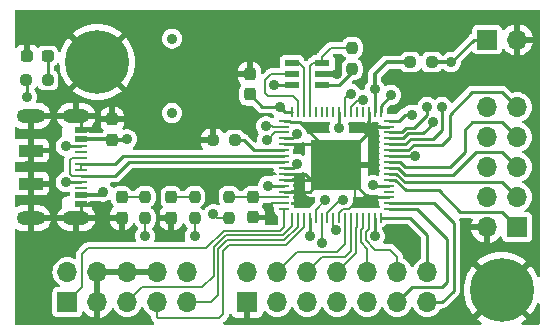
<source format=gbr>
%TF.GenerationSoftware,KiCad,Pcbnew,7.0.6*%
%TF.CreationDate,2023-11-01T23:53:57-04:00*%
%TF.ProjectId,FT2232_Board,46543232-3332-45f4-926f-6172642e6b69,rev?*%
%TF.SameCoordinates,Original*%
%TF.FileFunction,Copper,L1,Top*%
%TF.FilePolarity,Positive*%
%FSLAX46Y46*%
G04 Gerber Fmt 4.6, Leading zero omitted, Abs format (unit mm)*
G04 Created by KiCad (PCBNEW 7.0.6) date 2023-11-01 23:53:57*
%MOMM*%
%LPD*%
G01*
G04 APERTURE LIST*
G04 Aperture macros list*
%AMRoundRect*
0 Rectangle with rounded corners*
0 $1 Rounding radius*
0 $2 $3 $4 $5 $6 $7 $8 $9 X,Y pos of 4 corners*
0 Add a 4 corners polygon primitive as box body*
4,1,4,$2,$3,$4,$5,$6,$7,$8,$9,$2,$3,0*
0 Add four circle primitives for the rounded corners*
1,1,$1+$1,$2,$3*
1,1,$1+$1,$4,$5*
1,1,$1+$1,$6,$7*
1,1,$1+$1,$8,$9*
0 Add four rect primitives between the rounded corners*
20,1,$1+$1,$2,$3,$4,$5,0*
20,1,$1+$1,$4,$5,$6,$7,0*
20,1,$1+$1,$6,$7,$8,$9,0*
20,1,$1+$1,$8,$9,$2,$3,0*%
G04 Aperture macros list end*
%TA.AperFunction,ComponentPad*%
%ADD10C,0.800000*%
%TD*%
%TA.AperFunction,ComponentPad*%
%ADD11C,5.400000*%
%TD*%
%TA.AperFunction,SMDPad,CuDef*%
%ADD12R,1.270000X0.558800*%
%TD*%
%TA.AperFunction,SMDPad,CuDef*%
%ADD13RoundRect,0.062500X-0.337500X-0.062500X0.337500X-0.062500X0.337500X0.062500X-0.337500X0.062500X0*%
%TD*%
%TA.AperFunction,SMDPad,CuDef*%
%ADD14RoundRect,0.062500X-0.062500X-0.337500X0.062500X-0.337500X0.062500X0.337500X-0.062500X0.337500X0*%
%TD*%
%TA.AperFunction,SMDPad,CuDef*%
%ADD15R,4.350000X4.350000*%
%TD*%
%TA.AperFunction,SMDPad,CuDef*%
%ADD16RoundRect,0.237500X-0.250000X-0.237500X0.250000X-0.237500X0.250000X0.237500X-0.250000X0.237500X0*%
%TD*%
%TA.AperFunction,SMDPad,CuDef*%
%ADD17RoundRect,0.237500X0.250000X0.237500X-0.250000X0.237500X-0.250000X-0.237500X0.250000X-0.237500X0*%
%TD*%
%TA.AperFunction,SMDPad,CuDef*%
%ADD18RoundRect,0.237500X0.237500X-0.250000X0.237500X0.250000X-0.237500X0.250000X-0.237500X-0.250000X0*%
%TD*%
%TA.AperFunction,SMDPad,CuDef*%
%ADD19RoundRect,0.237500X-0.237500X0.250000X-0.237500X-0.250000X0.237500X-0.250000X0.237500X0.250000X0*%
%TD*%
%TA.AperFunction,ComponentPad*%
%ADD20R,1.700000X1.700000*%
%TD*%
%TA.AperFunction,ComponentPad*%
%ADD21O,1.700000X1.700000*%
%TD*%
%TA.AperFunction,SMDPad,CuDef*%
%ADD22R,1.000000X0.520000*%
%TD*%
%TA.AperFunction,SMDPad,CuDef*%
%ADD23R,1.000000X0.270000*%
%TD*%
%TA.AperFunction,SMDPad,CuDef*%
%ADD24R,2.000000X1.000000*%
%TD*%
%TA.AperFunction,ComponentPad*%
%ADD25O,2.316000X1.158000*%
%TD*%
%TA.AperFunction,ComponentPad*%
%ADD26O,2.400000X1.200000*%
%TD*%
%TA.AperFunction,SMDPad,CuDef*%
%ADD27RoundRect,0.237500X-0.287500X-0.237500X0.287500X-0.237500X0.287500X0.237500X-0.287500X0.237500X0*%
%TD*%
%TA.AperFunction,SMDPad,CuDef*%
%ADD28RoundRect,0.237500X0.237500X-0.287500X0.237500X0.287500X-0.237500X0.287500X-0.237500X-0.287500X0*%
%TD*%
%TA.AperFunction,SMDPad,CuDef*%
%ADD29RoundRect,0.237500X0.237500X-0.300000X0.237500X0.300000X-0.237500X0.300000X-0.237500X-0.300000X0*%
%TD*%
%TA.AperFunction,SMDPad,CuDef*%
%ADD30RoundRect,0.237500X-0.237500X0.300000X-0.237500X-0.300000X0.237500X-0.300000X0.237500X0.300000X0*%
%TD*%
%TA.AperFunction,ViaPad*%
%ADD31C,0.900000*%
%TD*%
%TA.AperFunction,Conductor*%
%ADD32C,0.200000*%
%TD*%
%TA.AperFunction,Conductor*%
%ADD33C,0.250000*%
%TD*%
%TA.AperFunction,Conductor*%
%ADD34C,0.300000*%
%TD*%
G04 APERTURE END LIST*
D10*
%TO.P,H2,1,1*%
%TO.N,GND*%
X147107309Y-99475891D03*
D11*
X148539200Y-98044000D03*
D10*
X148539200Y-100069000D03*
X149971091Y-96612109D03*
X146514200Y-98044000D03*
X148539200Y-96019000D03*
X150564200Y-98044000D03*
X149971091Y-99475891D03*
X147107309Y-96612109D03*
%TD*%
%TO.P,H1,1,1*%
%TO.N,GND*%
X112868109Y-80171891D03*
D11*
X114300000Y-78740000D03*
D10*
X114300000Y-80765000D03*
X115731891Y-77308109D03*
X112275000Y-78740000D03*
X114300000Y-76715000D03*
X116325000Y-78740000D03*
X115731891Y-80171891D03*
X112868109Y-77308109D03*
%TD*%
D12*
%TO.P,U1,1,DO*%
%TO.N,Net-(U102-DO)*%
X133375400Y-80721200D03*
%TO.P,U1,2,VSS*%
%TO.N,GND*%
X133375400Y-79781400D03*
%TO.P,U1,3,DI*%
%TO.N,/EEDATA*%
X133375400Y-78841600D03*
%TO.P,U1,4,CLK*%
%TO.N,/EECLK*%
X130784600Y-78841600D03*
%TO.P,U1,5,CS*%
%TO.N,/EECS*%
X130784600Y-79781400D03*
%TO.P,U1,6,VCC*%
%TO.N,/3.3V*%
X130784600Y-80721200D03*
%TD*%
D13*
%TO.P,U2,1,GND*%
%TO.N,GND*%
X130096000Y-83700000D03*
%TO.P,U2,2,OSCI*%
%TO.N,Net-(U101-OSCI)*%
X130096000Y-84200000D03*
%TO.P,U2,3,OSCO*%
%TO.N,Net-(U101-OSCO)*%
X130096000Y-84700000D03*
%TO.P,U2,4,VPHY*%
%TO.N,Net-(U101-VPHY)*%
X130096000Y-85200000D03*
%TO.P,U2,5,GND*%
%TO.N,GND*%
X130096000Y-85700000D03*
%TO.P,U2,6,REF*%
%TO.N,Net-(U101-REF)*%
X130096000Y-86200000D03*
%TO.P,U2,7,DM*%
%TO.N,/USB_DM*%
X130096000Y-86700000D03*
%TO.P,U2,8,DP*%
%TO.N,/USB_DP*%
X130096000Y-87200000D03*
%TO.P,U2,9,VPLL*%
%TO.N,Net-(U101-VPHY)*%
X130096000Y-87700000D03*
%TO.P,U2,10,AGND*%
%TO.N,GND*%
X130096000Y-88200000D03*
%TO.P,U2,11,GND*%
X130096000Y-88700000D03*
%TO.P,U2,12,VCORE*%
%TO.N,/1.8V*%
X130096000Y-89200000D03*
%TO.P,U2,13,TEST*%
%TO.N,GND*%
X130096000Y-89700000D03*
%TO.P,U2,14,~{RESET}*%
%TO.N,/RESET_N*%
X130096000Y-90200000D03*
%TO.P,U2,15,GND*%
%TO.N,GND*%
X130096000Y-90700000D03*
%TO.P,U2,16,ADBUS0*%
%TO.N,/TCK*%
X130096000Y-91200000D03*
D14*
%TO.P,U2,17,ADBUS1*%
%TO.N,/TDI*%
X130796000Y-91900000D03*
%TO.P,U2,18,ADBUS2*%
%TO.N,/TDO*%
X131296000Y-91900000D03*
%TO.P,U2,19,ADBUS3*%
%TO.N,/TMS*%
X131796000Y-91900000D03*
%TO.P,U2,20,VCCIO*%
%TO.N,/VCCIO*%
X132296000Y-91900000D03*
%TO.P,U2,21,ADBUS4*%
%TO.N,/GPIOL0*%
X132796000Y-91900000D03*
%TO.P,U2,22,ADBUS5*%
%TO.N,/GPIOL1*%
X133296000Y-91900000D03*
%TO.P,U2,23,ADBUS6*%
%TO.N,/GPIOL2*%
X133796000Y-91900000D03*
%TO.P,U2,24,ADBUS7*%
%TO.N,/GPIOL3*%
X134296000Y-91900000D03*
%TO.P,U2,25,GND*%
%TO.N,GND*%
X134796000Y-91900000D03*
%TO.P,U2,26,ACBUS0*%
%TO.N,/GPIOH0*%
X135296000Y-91900000D03*
%TO.P,U2,27,ACBUS1*%
%TO.N,/GPIOH1*%
X135796000Y-91900000D03*
%TO.P,U2,28,ACBUS2*%
%TO.N,/GPIOH2*%
X136296000Y-91900000D03*
%TO.P,U2,29,ACBUS3*%
%TO.N,/GPIOH3*%
X136796000Y-91900000D03*
%TO.P,U2,30,ACBUS4*%
%TO.N,/GPIOH4*%
X137296000Y-91900000D03*
%TO.P,U2,31,VCCIO*%
%TO.N,/VCCIO*%
X137796000Y-91900000D03*
%TO.P,U2,32,ACBUS5*%
%TO.N,/GPIOH5*%
X138296000Y-91900000D03*
D13*
%TO.P,U2,33,ACBUS6*%
%TO.N,/GPIOH6*%
X138996000Y-91200000D03*
%TO.P,U2,34,ACBUS7*%
%TO.N,/GPIOH7*%
X138996000Y-90700000D03*
%TO.P,U2,35,GND*%
%TO.N,GND*%
X138996000Y-90200000D03*
%TO.P,U2,36,~{SUSPEND}*%
%TO.N,unconnected-(U101-~{SUSPEND}-Pad36)*%
X138996000Y-89700000D03*
%TO.P,U2,37,VCORE*%
%TO.N,/1.8V*%
X138996000Y-89200000D03*
%TO.P,U2,38,BDBUS0*%
%TO.N,/UART_TX_OUT*%
X138996000Y-88700000D03*
%TO.P,U2,39,BDBUS1*%
%TO.N,/UART_RX_IN*%
X138996000Y-88200000D03*
%TO.P,U2,40,BDBUS2*%
%TO.N,/UART_RTS_OUT*%
X138996000Y-87700000D03*
%TO.P,U2,41,BDBUS3*%
%TO.N,/UART_CTS_IN*%
X138996000Y-87200000D03*
%TO.P,U2,42,VCCIO*%
%TO.N,/VCCIO*%
X138996000Y-86700000D03*
%TO.P,U2,43,BDBUS4*%
%TO.N,/UART_DTR_OUT*%
X138996000Y-86200000D03*
%TO.P,U2,44,BDBUS5*%
%TO.N,/UART_DSR_IN*%
X138996000Y-85700000D03*
%TO.P,U2,45,BDBUS6*%
%TO.N,/UART_DCD_IN*%
X138996000Y-85200000D03*
%TO.P,U2,46,BDBUS7*%
%TO.N,/UART_RI_IN*%
X138996000Y-84700000D03*
%TO.P,U2,47,GND*%
%TO.N,GND*%
X138996000Y-84200000D03*
%TO.P,U2,48,BCBUS0*%
%TO.N,/TXDEN_OUT*%
X138996000Y-83700000D03*
D14*
%TO.P,U2,49,VREGOUT*%
%TO.N,/1.8V*%
X138296000Y-83000000D03*
%TO.P,U2,50,VREGIN*%
%TO.N,/3.3V*%
X137796000Y-83000000D03*
%TO.P,U2,51,GND*%
%TO.N,GND*%
X137296000Y-83000000D03*
%TO.P,U2,52,BCBUS1*%
%TO.N,unconnected-(U101-BCBUS1-Pad52)*%
X136796000Y-83000000D03*
%TO.P,U2,53,BCBUS2*%
%TO.N,unconnected-(U101-BCBUS2-Pad53)*%
X136296000Y-83000000D03*
%TO.P,U2,54,BCBUS3*%
%TO.N,/RX_LED*%
X135796000Y-83000000D03*
%TO.P,U2,55,BCBUS4*%
%TO.N,/TX_LED*%
X135296000Y-83000000D03*
%TO.P,U2,56,VCCIO*%
%TO.N,/VCCIO*%
X134796000Y-83000000D03*
%TO.P,U2,57,BCBUS5*%
%TO.N,unconnected-(U101-BCBUS5-Pad57)*%
X134296000Y-83000000D03*
%TO.P,U2,58,BCBUS6*%
%TO.N,unconnected-(U101-BCBUS6-Pad58)*%
X133796000Y-83000000D03*
%TO.P,U2,59,BCBUS7*%
%TO.N,unconnected-(U101-BCBUS7-Pad59)*%
X133296000Y-83000000D03*
%TO.P,U2,60,~{PWREN}*%
%TO.N,unconnected-(U101-~{PWREN}-Pad60)*%
X132796000Y-83000000D03*
%TO.P,U2,61,EEDATA*%
%TO.N,/EEDATA*%
X132296000Y-83000000D03*
%TO.P,U2,62,EECLK*%
%TO.N,/EECLK*%
X131796000Y-83000000D03*
%TO.P,U2,63,EECS*%
%TO.N,/EECS*%
X131296000Y-83000000D03*
%TO.P,U2,64,VCORE*%
%TO.N,/1.8V*%
X130796000Y-83000000D03*
D15*
%TO.P,U2,65,GND*%
%TO.N,GND*%
X134546000Y-87450000D03*
%TD*%
D16*
%TO.P,R1,1*%
%TO.N,/3.3V*%
X108307500Y-80264000D03*
%TO.P,R1,2*%
%TO.N,Net-(D103-A)*%
X110132500Y-80264000D03*
%TD*%
D17*
%TO.P,R7,1*%
%TO.N,/VCCIO*%
X142644500Y-78740000D03*
%TO.P,R7,2*%
%TO.N,/3.3V*%
X140819500Y-78740000D03*
%TD*%
D18*
%TO.P,R4,2*%
%TO.N,Net-(D102-A)*%
X122555000Y-90146500D03*
%TO.P,R4,1*%
%TO.N,/RX_LED*%
X122555000Y-91971500D03*
%TD*%
%TO.P,R5,1*%
%TO.N,/TX_LED*%
X118364000Y-91948000D03*
%TO.P,R5,2*%
%TO.N,Net-(D101-A)*%
X118364000Y-90123000D03*
%TD*%
D19*
%TO.P,R2,2*%
%TO.N,Net-(U102-DO)*%
X135890000Y-79347700D03*
%TO.P,R2,1*%
%TO.N,/EEDATA*%
X135890000Y-77522700D03*
%TD*%
D17*
%TO.P,R3,1*%
%TO.N,Net-(U101-REF)*%
X125931300Y-85344000D03*
%TO.P,R3,2*%
%TO.N,GND*%
X124106300Y-85344000D03*
%TD*%
D19*
%TO.P,R6,1*%
%TO.N,/RESET_N*%
X125476000Y-90123000D03*
%TO.P,R6,2*%
%TO.N,/3.3V*%
X125476000Y-91948000D03*
%TD*%
D20*
%TO.P,J4,1,Pin_1*%
%TO.N,/VCCIO*%
X147315000Y-76835000D03*
D21*
%TO.P,J4,2,Pin_2*%
%TO.N,GND*%
X149855000Y-76835000D03*
%TD*%
D20*
%TO.P,J3,1,Pin_1*%
%TO.N,GND*%
X127000000Y-99060000D03*
D21*
%TO.P,J3,2,Pin_2*%
%TO.N,/VCCIO*%
X127000000Y-96520000D03*
%TO.P,J3,3,Pin_3*%
%TO.N,/GPIOL0*%
X129540000Y-99060000D03*
%TO.P,J3,4,Pin_4*%
%TO.N,/GPIOH0*%
X129540000Y-96520000D03*
%TO.P,J3,5,Pin_5*%
%TO.N,/GPIOL1*%
X132080000Y-99060000D03*
%TO.P,J3,6,Pin_6*%
%TO.N,/GPIOH1*%
X132080000Y-96520000D03*
%TO.P,J3,7,Pin_7*%
%TO.N,/GPIOL2*%
X134620000Y-99060000D03*
%TO.P,J3,8,Pin_8*%
%TO.N,/GPIOH2*%
X134620000Y-96520000D03*
%TO.P,J3,9,Pin_9*%
%TO.N,/GPIOL3*%
X137160000Y-99060000D03*
%TO.P,J3,10,Pin_10*%
%TO.N,/GPIOH3*%
X137160000Y-96520000D03*
%TO.P,J3,11,Pin_11*%
%TO.N,/GPIOH6*%
X139700000Y-99060000D03*
%TO.P,J3,12,Pin_12*%
%TO.N,/GPIOH4*%
X139700000Y-96520000D03*
%TO.P,J3,13,Pin_13*%
%TO.N,/GPIOH7*%
X142240000Y-99060000D03*
%TO.P,J3,14,Pin_14*%
%TO.N,/GPIOH5*%
X142240000Y-96520000D03*
%TD*%
D20*
%TO.P,J5,1,Pin_1*%
%TO.N,/UART_TX_OUT*%
X149860000Y-92710000D03*
D21*
%TO.P,J5,2,Pin_2*%
%TO.N,GND*%
X147320000Y-92710000D03*
%TO.P,J5,3,Pin_3*%
%TO.N,/UART_RX_IN*%
X149860000Y-90170000D03*
%TO.P,J5,4,Pin_4*%
%TO.N,/TXDEN_OUT*%
X147320000Y-90170000D03*
%TO.P,J5,5,Pin_5*%
%TO.N,/UART_RTS_OUT*%
X149860000Y-87630000D03*
%TO.P,J5,6,Pin_6*%
%TO.N,/UART_RI_IN*%
X147320000Y-87630000D03*
%TO.P,J5,7,Pin_7*%
%TO.N,/UART_CTS_IN*%
X149860000Y-85090000D03*
%TO.P,J5,8,Pin_8*%
%TO.N,/UART_DCD_IN*%
X147320000Y-85090000D03*
%TO.P,J5,9,Pin_9*%
%TO.N,/UART_DTR_OUT*%
X149860000Y-82550000D03*
%TO.P,J5,10,Pin_10*%
%TO.N,/UART_DSR_IN*%
X147320000Y-82550000D03*
%TD*%
D20*
%TO.P,J2,1,Pin_1*%
%TO.N,/TCK*%
X111760000Y-99060000D03*
D21*
%TO.P,J2,2,Pin_2*%
%TO.N,/VCCIO*%
X111760000Y-96520000D03*
%TO.P,J2,3,Pin_3*%
%TO.N,GND*%
X114300000Y-99060000D03*
%TO.P,J2,4,Pin_4*%
X114300000Y-96520000D03*
%TO.P,J2,5,Pin_5*%
%TO.N,/TDI*%
X116840000Y-99060000D03*
%TO.P,J2,6,Pin_6*%
%TO.N,GND*%
X116840000Y-96520000D03*
%TO.P,J2,7,Pin_7*%
%TO.N,/TMS*%
X119380000Y-99060000D03*
%TO.P,J2,8,Pin_8*%
%TO.N,GND*%
X119380000Y-96520000D03*
%TO.P,J2,9,Pin_9*%
%TO.N,/TDO*%
X121920000Y-99060000D03*
%TO.P,J2,10,Pin_10*%
%TO.N,unconnected-(J102-Pin_10-Pad10)*%
X121920000Y-96520000D03*
%TD*%
D22*
%TO.P,J1,1,GND*%
%TO.N,GND*%
X112898500Y-84528000D03*
%TO.P,J1,2,VBUS*%
%TO.N,/USB_5V*%
X112898500Y-85278000D03*
D23*
%TO.P,J1,3,CC1*%
%TO.N,Net-(J101-CC1)*%
X112898500Y-85878000D03*
%TO.P,J1,4,SBU2*%
%TO.N,unconnected-(J101-SBU2-Pad4)*%
X112898500Y-86378000D03*
%TO.P,J1,5,D-*%
%TO.N,/USB_DP*%
X112898500Y-86878000D03*
%TO.P,J1,6,D+*%
%TO.N,/USB_DM*%
X112898500Y-87378000D03*
%TO.P,J1,7,D+*%
X112898500Y-87878000D03*
%TO.P,J1,8,D-*%
%TO.N,/USB_DP*%
X112898500Y-88378000D03*
%TO.P,J1,9,CC2*%
%TO.N,Net-(J101-CC2)*%
X112898500Y-88878000D03*
%TO.P,J1,10,SBU1*%
%TO.N,unconnected-(J101-SBU1-Pad10)*%
X112898500Y-89378000D03*
D22*
%TO.P,J1,11,VBUS*%
%TO.N,/USB_5V*%
X112898500Y-89978000D03*
%TO.P,J1,12,GND*%
%TO.N,GND*%
X112898500Y-90728000D03*
D24*
%TO.P,J1,S1,SHIELD*%
X108698500Y-86228000D03*
%TO.P,J1,S2,SHIELD*%
X108698500Y-89028000D03*
D25*
%TO.P,J1,S3,SHIELD*%
X112523500Y-83308000D03*
%TO.P,J1,S4,SHIELD*%
X112523500Y-91948000D03*
D26*
%TO.P,J1,S5,SHIELD*%
X108698500Y-83308000D03*
%TO.P,J1,S6,SHIELD*%
X108698500Y-91948000D03*
%TD*%
D27*
%TO.P,D1,2,A*%
%TO.N,Net-(D103-A)*%
X110095000Y-78232000D03*
%TO.P,D1,1,K*%
%TO.N,GND*%
X108345000Y-78232000D03*
%TD*%
D28*
%TO.P,D2,2,A*%
%TO.N,Net-(D102-A)*%
X120555000Y-90184000D03*
%TO.P,D2,1,K*%
%TO.N,GND*%
X120555000Y-91934000D03*
%TD*%
%TO.P,D3,1,K*%
%TO.N,GND*%
X116364000Y-91910500D03*
%TO.P,D3,2,A*%
%TO.N,Net-(D101-A)*%
X116364000Y-90160500D03*
%TD*%
D29*
%TO.P,C1,2*%
%TO.N,GND*%
X115570000Y-83592500D03*
%TO.P,C1,1*%
%TO.N,/USB_5V*%
X115570000Y-85317500D03*
%TD*%
%TO.P,C2,2*%
%TO.N,GND*%
X127203200Y-79756000D03*
%TO.P,C2,1*%
%TO.N,/1.8V*%
X127203200Y-81481000D03*
%TD*%
D30*
%TO.P,C3,2*%
%TO.N,GND*%
X127508000Y-91898000D03*
%TO.P,C3,1*%
%TO.N,/RESET_N*%
X127508000Y-90173000D03*
%TD*%
D31*
%TO.N,GND*%
X140360400Y-93573600D03*
X150571200Y-79908400D03*
X132080000Y-76606400D03*
X108254800Y-100126800D03*
X108356400Y-75641200D03*
%TO.N,Net-(U101-OSCO)*%
X128676400Y-85344000D03*
%TO.N,Net-(U101-OSCI)*%
X128574800Y-84175600D03*
%TO.N,GND*%
X140817600Y-80721200D03*
X117957600Y-81991200D03*
X117602000Y-88442800D03*
X124256800Y-88696800D03*
X120548400Y-93370400D03*
%TO.N,/TX_LED*%
X135763000Y-81407000D03*
%TO.N,/RX_LED*%
X136779000Y-81915000D03*
X122555000Y-93495500D03*
%TO.N,/TX_LED*%
X118364000Y-93472000D03*
%TO.N,/3.3V*%
X124142500Y-91630500D03*
%TO.N,GND*%
X128905000Y-91567000D03*
%TO.N,/GPIOL0*%
X133604000Y-90424000D03*
%TO.N,/GPIOL2*%
X135128000Y-90424000D03*
%TO.N,/GPIOL1*%
X133350000Y-94100500D03*
%TO.N,/GPIOL3*%
X134546500Y-92964000D03*
%TO.N,/TXDEN_OUT*%
X140970000Y-83185000D03*
%TO.N,/UART_RI_IN*%
X142240000Y-82550000D03*
%TO.N,/UART_DCD_IN*%
X142735500Y-83820000D03*
%TO.N,/UART_DSR_IN*%
X143510000Y-82550000D03*
%TO.N,Net-(U101-VPHY)*%
X131191000Y-87376000D03*
X131191000Y-84836000D03*
%TO.N,/3.3V*%
X120650000Y-83058000D03*
X120650000Y-76758800D03*
%TO.N,GND*%
X123190000Y-81991200D03*
%TO.N,/3.3V*%
X108331000Y-81661000D03*
%TO.N,Net-(J101-CC2)*%
X111633000Y-88900000D03*
%TO.N,Net-(J101-CC1)*%
X111633000Y-85852000D03*
%TO.N,GND*%
X108331000Y-87503000D03*
%TO.N,/USB_5V*%
X116840000Y-85278000D03*
X114808000Y-89712800D03*
%TO.N,GND*%
X134620000Y-79781400D03*
%TO.N,/VCCIO*%
X132296000Y-93472000D03*
%TO.N,/1.8V*%
X128778000Y-89200000D03*
X137668000Y-89154000D03*
%TO.N,GND*%
X134620000Y-87376000D03*
X132842000Y-89154000D03*
X136144000Y-89154000D03*
X136144000Y-85852000D03*
X127203200Y-78232000D03*
%TO.N,/1.8V*%
X129794000Y-82550000D03*
%TO.N,/3.3V*%
X129286000Y-80721200D03*
X137796000Y-81026000D03*
%TO.N,/1.8V*%
X139192000Y-81534000D03*
%TO.N,/VCCIO*%
X137796000Y-93472000D03*
X134796000Y-84328000D03*
X141224000Y-86700000D03*
X144272000Y-78740000D03*
%TD*%
D32*
%TO.N,/TMS*%
X119380000Y-100330000D02*
X119380000Y-99060000D01*
X124612400Y-100431600D02*
X119481600Y-100431600D01*
X119481600Y-100431600D02*
X119380000Y-100330000D01*
X130302000Y-94234000D02*
X125476000Y-94234000D01*
X124968000Y-94742000D02*
X124968000Y-100076000D01*
X131796000Y-92740000D02*
X130302000Y-94234000D01*
X124968000Y-100076000D02*
X124612400Y-100431600D01*
X131796000Y-91900000D02*
X131796000Y-92740000D01*
X125476000Y-94234000D02*
X124968000Y-94742000D01*
D33*
%TO.N,/GPIOH7*%
X142820800Y-90700000D02*
X138996000Y-90700000D01*
X144475200Y-92354400D02*
X142820800Y-90700000D01*
X144475200Y-98094800D02*
X144475200Y-92354400D01*
X143510000Y-99060000D02*
X144475200Y-98094800D01*
X142240000Y-99060000D02*
X143510000Y-99060000D01*
%TO.N,/GPIOH6*%
X140970000Y-97790000D02*
X139700000Y-99060000D01*
X143510000Y-97790000D02*
X140970000Y-97790000D01*
X143916400Y-93751400D02*
X143916400Y-97383600D01*
X138996000Y-91200000D02*
X141365000Y-91200000D01*
X141365000Y-91200000D02*
X143916400Y-93751400D01*
X143916400Y-97383600D02*
X143510000Y-97790000D01*
%TO.N,/UART_TX_OUT*%
X139500000Y-88700000D02*
X138996000Y-88700000D01*
X140411200Y-89611200D02*
X139500000Y-88700000D01*
X145034000Y-91440000D02*
X143205200Y-89611200D01*
X148590000Y-91440000D02*
X145034000Y-91440000D01*
X149860000Y-92710000D02*
X148590000Y-91440000D01*
X143205200Y-89611200D02*
X140411200Y-89611200D01*
D32*
%TO.N,/USB_DM*%
X112898500Y-87878000D02*
X112898500Y-87378000D01*
D34*
%TO.N,/USB_5V*%
X114808000Y-89712800D02*
X114542800Y-89978000D01*
X112898500Y-89978000D02*
X114542800Y-89978000D01*
D32*
%TO.N,/USB_DP*%
X112014000Y-88184984D02*
X112014000Y-87579200D01*
X112207016Y-88378000D02*
X112014000Y-88184984D01*
X112898500Y-88378000D02*
X112207016Y-88378000D01*
X112014000Y-87579200D02*
X112014000Y-87884000D01*
X112014000Y-87027500D02*
X112014000Y-87579200D01*
X112163500Y-86878000D02*
X112014000Y-87027500D01*
X112898500Y-86878000D02*
X112163500Y-86878000D01*
%TO.N,/GPIOL3*%
X134296000Y-92713500D02*
X134546500Y-92964000D01*
X134296000Y-91900000D02*
X134296000Y-92713500D01*
%TO.N,Net-(U101-OSCI)*%
X129160000Y-84175600D02*
X128574800Y-84175600D01*
X129184400Y-84200000D02*
X129160000Y-84175600D01*
X129184400Y-84200000D02*
X130096000Y-84200000D01*
%TO.N,Net-(U101-OSCO)*%
X128727200Y-85344000D02*
X128676400Y-85344000D01*
X129371200Y-84700000D02*
X128727200Y-85344000D01*
X128676400Y-85394800D02*
X128574800Y-85496400D01*
X128676400Y-85344000D02*
X128676400Y-85394800D01*
%TO.N,Net-(U101-OSCI)*%
X128574800Y-84175600D02*
X128625600Y-84226400D01*
X128625600Y-84226400D02*
X128625600Y-84277200D01*
%TO.N,Net-(U101-OSCO)*%
X130096000Y-84700000D02*
X129371200Y-84700000D01*
D33*
%TO.N,Net-(U101-REF)*%
X126695200Y-85344000D02*
X125931300Y-85344000D01*
X127551200Y-86200000D02*
X126695200Y-85344000D01*
X130096000Y-86200000D02*
X127551200Y-86200000D01*
D32*
%TO.N,/EECS*%
X129006600Y-79781400D02*
X130784600Y-79781400D01*
X128524000Y-80264000D02*
X129006600Y-79781400D01*
X128778000Y-81635600D02*
X128524000Y-81381600D01*
X128524000Y-81381600D02*
X128524000Y-80264000D01*
X130860800Y-81635600D02*
X128778000Y-81635600D01*
X131296000Y-82070800D02*
X130860800Y-81635600D01*
X131296000Y-83000000D02*
X131296000Y-82070800D01*
%TO.N,/EEDATA*%
X132296000Y-79086000D02*
X132296000Y-83000000D01*
X133375400Y-78841600D02*
X132540400Y-78841600D01*
X132540400Y-78841600D02*
X132296000Y-79086000D01*
%TO.N,/EECLK*%
X131359200Y-78841600D02*
X130784600Y-78841600D01*
X131796000Y-79278400D02*
X131359200Y-78841600D01*
X131796000Y-83000000D02*
X131796000Y-79278400D01*
D33*
%TO.N,/1.8V*%
X128272200Y-82550000D02*
X127203200Y-81481000D01*
X129794000Y-82550000D02*
X128272200Y-82550000D01*
D32*
%TO.N,/TX_LED*%
X135763000Y-81280000D02*
X135763000Y-81280000D01*
X135763000Y-81407000D02*
X135763000Y-81280000D01*
X135636000Y-81407000D02*
X135763000Y-81407000D01*
X135296000Y-81747000D02*
X135636000Y-81407000D01*
X135296000Y-83000000D02*
X135296000Y-81747000D01*
D33*
%TO.N,Net-(U102-DO)*%
X134776216Y-80721200D02*
X135890000Y-79607416D01*
X135890000Y-79607416D02*
X135890000Y-79347700D01*
X133375400Y-80721200D02*
X134776216Y-80721200D01*
D32*
%TO.N,/RX_LED*%
X136398000Y-81915000D02*
X136779000Y-81915000D01*
X135796000Y-82517000D02*
X136398000Y-81915000D01*
X135796000Y-83000000D02*
X135796000Y-82517000D01*
%TO.N,/EEDATA*%
X135866500Y-77546200D02*
X135890000Y-77522700D01*
X134112000Y-77546200D02*
X135866500Y-77546200D01*
X133375400Y-78282800D02*
X134112000Y-77546200D01*
X133375400Y-78841600D02*
X133375400Y-78282800D01*
%TO.N,/TX_LED*%
X118491000Y-93472000D02*
X118491000Y-93345000D01*
X118364000Y-91948000D02*
X118364000Y-93472000D01*
%TO.N,/RX_LED*%
X122555000Y-91971500D02*
X122555000Y-93495500D01*
%TO.N,Net-(D101-A)*%
X118364000Y-90123000D02*
X116401500Y-90123000D01*
X116528500Y-90123000D02*
X116491000Y-90160500D01*
%TO.N,Net-(D102-A)*%
X122555000Y-90146500D02*
X120592500Y-90146500D01*
%TO.N,/3.3V*%
X124460000Y-91948000D02*
X125476000Y-91948000D01*
X124142500Y-91630500D02*
X124460000Y-91948000D01*
%TO.N,/RESET_N*%
X125526000Y-90173000D02*
X125476000Y-90123000D01*
X127508000Y-90173000D02*
X125526000Y-90173000D01*
%TO.N,GND*%
X128905000Y-91567000D02*
X128905000Y-91694000D01*
%TO.N,/RESET_N*%
X127535000Y-90200000D02*
X127508000Y-90173000D01*
X130096000Y-90200000D02*
X127535000Y-90200000D01*
%TO.N,GND*%
X127585000Y-91821000D02*
X127508000Y-91898000D01*
X128905000Y-91694000D02*
X128778000Y-91821000D01*
X128905000Y-90932000D02*
X128905000Y-91567000D01*
X129137000Y-90700000D02*
X128905000Y-90932000D01*
X130096000Y-90700000D02*
X129137000Y-90700000D01*
X128778000Y-91821000D02*
X127585000Y-91821000D01*
%TO.N,/TCK*%
X129743686Y-93014314D02*
X130096000Y-92662000D01*
X123524943Y-94488000D02*
X124998629Y-93014314D01*
X124998629Y-93014314D02*
X129743686Y-93014314D01*
X113538000Y-94488000D02*
X123524943Y-94488000D01*
X113030000Y-94996000D02*
X113538000Y-94488000D01*
X130096000Y-92662000D02*
X130096000Y-91200000D01*
X111760000Y-99060000D02*
X113030000Y-97790000D01*
X113030000Y-97790000D02*
X113030000Y-94996000D01*
%TO.N,/TDI*%
X118110000Y-97790000D02*
X116840000Y-99060000D01*
X123190000Y-97790000D02*
X118110000Y-97790000D01*
X124168000Y-96812000D02*
X123190000Y-97790000D01*
X124168000Y-94410630D02*
X124168000Y-96812000D01*
X125164315Y-93414314D02*
X124168000Y-94410630D01*
X129990314Y-93414314D02*
X125164315Y-93414314D01*
X130796000Y-92608628D02*
X129990314Y-93414314D01*
X130796000Y-91900000D02*
X130796000Y-92608628D01*
%TO.N,/TDO*%
X123952000Y-99060000D02*
X121920000Y-99060000D01*
X124568000Y-98444000D02*
X123952000Y-99060000D01*
X124568000Y-94576315D02*
X124568000Y-98444000D01*
X125310314Y-93834000D02*
X124568000Y-94576315D01*
X130136314Y-93834000D02*
X125310314Y-93834000D01*
X131296000Y-92674314D02*
X130136314Y-93834000D01*
X131296000Y-91900000D02*
X131296000Y-92674314D01*
%TO.N,/GPIOL0*%
X132796000Y-91232000D02*
X133604000Y-90424000D01*
X132796000Y-91900000D02*
X132796000Y-91232000D01*
%TO.N,/GPIOL1*%
X133350000Y-94100500D02*
X133296000Y-94046500D01*
X133296000Y-94046500D02*
X133296000Y-91900000D01*
%TO.N,/GPIOL2*%
X134859348Y-90424000D02*
X135128000Y-90424000D01*
X133796000Y-91487348D02*
X134859348Y-90424000D01*
X133796000Y-91900000D02*
X133796000Y-91487348D01*
%TO.N,/GPIOL3*%
X134620000Y-93037500D02*
X134620000Y-93218000D01*
X134546500Y-92964000D02*
X134620000Y-93037500D01*
%TO.N,GND*%
X136144000Y-90678000D02*
X136144000Y-89154000D01*
X135636000Y-91186000D02*
X136144000Y-90678000D01*
X134796000Y-91487348D02*
X135097348Y-91186000D01*
X134796000Y-91900000D02*
X134796000Y-91487348D01*
X135097348Y-91186000D02*
X135636000Y-91186000D01*
%TO.N,/GPIOH0*%
X131210000Y-94850000D02*
X129540000Y-96520000D01*
X134620000Y-94850000D02*
X131210000Y-94850000D01*
X135296000Y-94174000D02*
X134620000Y-94850000D01*
X135296000Y-91900000D02*
X135296000Y-94174000D01*
%TO.N,/GPIOH1*%
X133350000Y-95250000D02*
X132080000Y-96520000D01*
X135255000Y-95250000D02*
X133350000Y-95250000D01*
X135796000Y-94709000D02*
X135255000Y-95250000D01*
X135796000Y-91900000D02*
X135796000Y-94709000D01*
%TO.N,/GPIOH2*%
X136221000Y-94919000D02*
X134620000Y-96520000D01*
X136296000Y-92744613D02*
X136221000Y-92819614D01*
X136221000Y-92819614D02*
X136221000Y-94919000D01*
X136296000Y-91900000D02*
X136296000Y-92744613D01*
%TO.N,/GPIOH3*%
X137160000Y-94545686D02*
X137160000Y-96520000D01*
X136621000Y-94006686D02*
X137160000Y-94545686D01*
X136621000Y-92985299D02*
X136621000Y-94006686D01*
X136796000Y-92810298D02*
X136621000Y-92985299D01*
X136796000Y-91900000D02*
X136796000Y-92810298D01*
%TO.N,/GPIOH4*%
X139065000Y-94615000D02*
X139700000Y-95250000D01*
X137795000Y-94615000D02*
X139065000Y-94615000D01*
X139700000Y-95250000D02*
X139700000Y-96520000D01*
X137021000Y-93841000D02*
X137795000Y-94615000D01*
X137021000Y-93150984D02*
X137021000Y-93841000D01*
X137296000Y-92875984D02*
X137021000Y-93150984D01*
X137296000Y-91900000D02*
X137296000Y-92875984D01*
D33*
%TO.N,/GPIOH5*%
X140795000Y-91900000D02*
X142240000Y-93345000D01*
X138296000Y-91900000D02*
X140795000Y-91900000D01*
X142240000Y-93345000D02*
X142240000Y-96520000D01*
%TO.N,/UART_RI_IN*%
X141095000Y-84330000D02*
X142240000Y-83185000D01*
X142240000Y-83185000D02*
X142240000Y-82550000D01*
X140457208Y-84330000D02*
X141095000Y-84330000D01*
X140087208Y-84700000D02*
X140457208Y-84330000D01*
X138996000Y-84700000D02*
X140087208Y-84700000D01*
%TO.N,/UART_DCD_IN*%
X141915000Y-84780000D02*
X140643604Y-84780000D01*
X140223604Y-85200000D02*
X138996000Y-85200000D01*
X142735500Y-83959500D02*
X141915000Y-84780000D01*
X142735500Y-83820000D02*
X142735500Y-83959500D01*
X140643604Y-84780000D02*
X140223604Y-85200000D01*
%TO.N,/TXDEN_OUT*%
X140335000Y-83185000D02*
X140970000Y-83185000D01*
X139820000Y-83700000D02*
X140335000Y-83185000D01*
X138996000Y-83700000D02*
X139820000Y-83700000D01*
%TO.N,/UART_DSR_IN*%
X140360000Y-85700000D02*
X138996000Y-85700000D01*
X142735000Y-85230000D02*
X140830000Y-85230000D01*
X143510000Y-84455000D02*
X142735000Y-85230000D01*
X140830000Y-85230000D02*
X140360000Y-85700000D01*
X143510000Y-82550000D02*
X143510000Y-84455000D01*
%TO.N,/UART_DTR_OUT*%
X140627984Y-86200000D02*
X138996000Y-86200000D01*
X141102984Y-85725000D02*
X140627984Y-86200000D01*
X143510000Y-85725000D02*
X141102984Y-85725000D01*
X144145000Y-85090000D02*
X143510000Y-85725000D01*
X144145000Y-83185000D02*
X144145000Y-85090000D01*
X146050000Y-81280000D02*
X144145000Y-83185000D01*
X148590000Y-81280000D02*
X146050000Y-81280000D01*
X149860000Y-82550000D02*
X148590000Y-81280000D01*
%TO.N,/UART_CTS_IN*%
X139909188Y-87200000D02*
X138996000Y-87200000D01*
X140339188Y-87630000D02*
X139909188Y-87200000D01*
X144145000Y-87630000D02*
X140339188Y-87630000D01*
X145415000Y-86360000D02*
X144145000Y-87630000D01*
X145415000Y-84455000D02*
X145415000Y-86360000D01*
X146050000Y-83820000D02*
X145415000Y-84455000D01*
X148590000Y-83820000D02*
X146050000Y-83820000D01*
X149860000Y-85090000D02*
X148590000Y-83820000D01*
%TO.N,/UART_RTS_OUT*%
X140337792Y-88265000D02*
X139772792Y-87700000D01*
X139772792Y-87700000D02*
X138996000Y-87700000D01*
X146367500Y-86360000D02*
X144462500Y-88265000D01*
X149860000Y-87630000D02*
X148590000Y-86360000D01*
X148590000Y-86360000D02*
X146367500Y-86360000D01*
X144462500Y-88265000D02*
X140337792Y-88265000D01*
%TO.N,/UART_RX_IN*%
X139636396Y-88200000D02*
X138996000Y-88200000D01*
X148590000Y-88900000D02*
X140336396Y-88900000D01*
X149860000Y-90170000D02*
X148590000Y-88900000D01*
X140336396Y-88900000D02*
X139636396Y-88200000D01*
%TO.N,/VCCIO*%
X146177000Y-76835000D02*
X144272000Y-78740000D01*
X147315000Y-76835000D02*
X146177000Y-76835000D01*
%TO.N,Net-(U101-VPHY)*%
X130867000Y-87700000D02*
X131191000Y-87376000D01*
X130096000Y-87700000D02*
X130867000Y-87700000D01*
X131191000Y-84836000D02*
X131064000Y-84963000D01*
%TO.N,GND*%
X130547992Y-83700000D02*
X130096000Y-83700000D01*
X131445000Y-83820000D02*
X130667992Y-83820000D01*
X130667992Y-83820000D02*
X130547992Y-83700000D01*
X134546000Y-86921000D02*
X131445000Y-83820000D01*
X134546000Y-87450000D02*
X134546000Y-86921000D01*
%TO.N,Net-(U101-VPHY)*%
X130827000Y-85200000D02*
X131191000Y-84836000D01*
X130096000Y-85200000D02*
X130827000Y-85200000D01*
D34*
%TO.N,/3.3V*%
X137795000Y-79756000D02*
X137795000Y-81025000D01*
X138811000Y-78740000D02*
X137795000Y-79756000D01*
X137795000Y-81025000D02*
X137796000Y-81026000D01*
X140819500Y-78740000D02*
X138811000Y-78740000D01*
D33*
%TO.N,Net-(D103-A)*%
X110132500Y-78269500D02*
X110095000Y-78232000D01*
X110132500Y-80264000D02*
X110132500Y-78269500D01*
%TO.N,/3.3V*%
X108331000Y-80287500D02*
X108307500Y-80264000D01*
X108331000Y-81661000D02*
X108331000Y-80287500D01*
%TO.N,Net-(J101-CC2)*%
X111633000Y-88900000D02*
X111655000Y-88878000D01*
X112898500Y-88878000D02*
X111655000Y-88878000D01*
%TO.N,Net-(J101-CC1)*%
X111659000Y-85878000D02*
X111633000Y-85852000D01*
X112898500Y-85878000D02*
X111659000Y-85878000D01*
D34*
%TO.N,/USB_5V*%
X116800500Y-85317500D02*
X116840000Y-85278000D01*
X115570000Y-85317500D02*
X116800500Y-85317500D01*
D33*
X115530500Y-85278000D02*
X115570000Y-85317500D01*
D34*
X112898500Y-85278000D02*
X115530500Y-85278000D01*
D33*
X114873000Y-89978000D02*
X114935000Y-89916000D01*
%TO.N,GND*%
X112898500Y-90728000D02*
X112898500Y-91573000D01*
X112898500Y-91573000D02*
X112523500Y-91948000D01*
X112898500Y-83683000D02*
X112523500Y-83308000D01*
X112898500Y-84528000D02*
X112898500Y-83683000D01*
X115570000Y-80518000D02*
X114300000Y-79248000D01*
X133375400Y-79781400D02*
X134620000Y-79781400D01*
%TO.N,/VCCIO*%
X132296000Y-91900000D02*
X132296000Y-93472000D01*
%TO.N,/1.8V*%
X130096000Y-89200000D02*
X128778000Y-89200000D01*
%TO.N,GND*%
X132388000Y-88700000D02*
X132842000Y-89154000D01*
X130096000Y-88700000D02*
X132388000Y-88700000D01*
X130096000Y-88200000D02*
X131888000Y-88200000D01*
X131888000Y-88200000D02*
X132842000Y-89154000D01*
X132296000Y-89700000D02*
X132842000Y-89154000D01*
X130096000Y-89700000D02*
X132296000Y-89700000D01*
X130096000Y-85700000D02*
X132796000Y-85700000D01*
X132796000Y-85700000D02*
X134546000Y-87450000D01*
%TO.N,/USB_DP*%
X117016000Y-87200000D02*
X130096000Y-87200000D01*
X115824000Y-88392000D02*
X117016000Y-87200000D01*
X112898500Y-88378000D02*
X115810000Y-88378000D01*
X115810000Y-88378000D02*
X115824000Y-88392000D01*
%TO.N,/1.8V*%
X137714000Y-89200000D02*
X137668000Y-89154000D01*
X138996000Y-89200000D02*
X137714000Y-89200000D01*
%TO.N,GND*%
X137190000Y-90200000D02*
X136144000Y-89154000D01*
X138996000Y-90200000D02*
X137190000Y-90200000D01*
X137296000Y-83000000D02*
X137296000Y-84700000D01*
X137296000Y-84700000D02*
X137160000Y-84836000D01*
X137160000Y-84836000D02*
X136144000Y-85852000D01*
X137796000Y-84200000D02*
X137160000Y-84836000D01*
X138996000Y-84200000D02*
X137796000Y-84200000D01*
X127203200Y-79756000D02*
X127203200Y-78232000D01*
%TO.N,/1.8V*%
X130244000Y-83000000D02*
X130796000Y-83000000D01*
X129794000Y-82550000D02*
X130244000Y-83000000D01*
%TO.N,/3.3V*%
X130784600Y-80721200D02*
X129286000Y-80721200D01*
X137796000Y-81026000D02*
X137796000Y-83000000D01*
%TO.N,/1.8V*%
X138296000Y-82430000D02*
X139192000Y-81534000D01*
X138296000Y-83000000D02*
X138296000Y-82430000D01*
%TO.N,/VCCIO*%
X137796000Y-91900000D02*
X137796000Y-93472000D01*
X134796000Y-83000000D02*
X134796000Y-84328000D01*
X138996000Y-86700000D02*
X141224000Y-86700000D01*
D34*
X142644500Y-78740000D02*
X144272000Y-78740000D01*
D33*
%TO.N,/USB_DM*%
X116500000Y-86700000D02*
X115822000Y-87378000D01*
X130096000Y-86700000D02*
X116500000Y-86700000D01*
X115822000Y-87378000D02*
X112898500Y-87378000D01*
%TD*%
%TA.AperFunction,Conductor*%
%TO.N,GND*%
G36*
X151708039Y-74314685D02*
G01*
X151753794Y-74367489D01*
X151765000Y-74419000D01*
X151765000Y-96846377D01*
X151745315Y-96913416D01*
X151692511Y-96959171D01*
X151623353Y-96969115D01*
X151559797Y-96940090D01*
X151526439Y-96893830D01*
X151426843Y-96653385D01*
X151252984Y-96338810D01*
X151252981Y-96338805D01*
X151045006Y-96045693D01*
X150972355Y-95964397D01*
X150165281Y-96771470D01*
X150206586Y-96709654D01*
X150225989Y-96612109D01*
X150206586Y-96514564D01*
X150151331Y-96431869D01*
X150068636Y-96376614D01*
X149995715Y-96362109D01*
X149946467Y-96362109D01*
X149873546Y-96376614D01*
X149811722Y-96417922D01*
X150618802Y-95610843D01*
X150537506Y-95538193D01*
X150244394Y-95330218D01*
X150244389Y-95330215D01*
X149929813Y-95156355D01*
X149929809Y-95156353D01*
X149597752Y-95018812D01*
X149252394Y-94919316D01*
X149252385Y-94919314D01*
X148898058Y-94859112D01*
X148898046Y-94859110D01*
X148539199Y-94838958D01*
X148180353Y-94859110D01*
X148180341Y-94859112D01*
X147826014Y-94919314D01*
X147826005Y-94919316D01*
X147480647Y-95018812D01*
X147148590Y-95156353D01*
X147148586Y-95156355D01*
X146834010Y-95330215D01*
X146834005Y-95330218D01*
X146540893Y-95538194D01*
X146540885Y-95538199D01*
X146459597Y-95610842D01*
X147266678Y-96417923D01*
X147204854Y-96376614D01*
X147131933Y-96362109D01*
X147082685Y-96362109D01*
X147009764Y-96376614D01*
X146927069Y-96431869D01*
X146871814Y-96514564D01*
X146852411Y-96612109D01*
X146871814Y-96709654D01*
X146913121Y-96771475D01*
X146106043Y-95964397D01*
X146106042Y-95964397D01*
X146033399Y-96045685D01*
X146033394Y-96045693D01*
X145825418Y-96338805D01*
X145825415Y-96338810D01*
X145651555Y-96653386D01*
X145651553Y-96653390D01*
X145514012Y-96985447D01*
X145414516Y-97330805D01*
X145414514Y-97330814D01*
X145354312Y-97685141D01*
X145354310Y-97685153D01*
X145334158Y-98043999D01*
X145354310Y-98402846D01*
X145354312Y-98402858D01*
X145414514Y-98757185D01*
X145414516Y-98757194D01*
X145514012Y-99102552D01*
X145651553Y-99434609D01*
X145651555Y-99434613D01*
X145825415Y-99749189D01*
X145825418Y-99749194D01*
X146033393Y-100042306D01*
X146106043Y-100123601D01*
X146913124Y-99316519D01*
X146871814Y-99378346D01*
X146852411Y-99475891D01*
X146871814Y-99573436D01*
X146927069Y-99656131D01*
X147009764Y-99711386D01*
X147082685Y-99725891D01*
X147131933Y-99725891D01*
X147204854Y-99711386D01*
X147266671Y-99670080D01*
X146459597Y-100477155D01*
X146540893Y-100549806D01*
X146808763Y-100739871D01*
X146852047Y-100794718D01*
X146858807Y-100864260D01*
X146826896Y-100926417D01*
X146766447Y-100961455D01*
X146737008Y-100965000D01*
X125090795Y-100965000D01*
X125023756Y-100945315D01*
X124978001Y-100892511D01*
X124968057Y-100823353D01*
X124991747Y-100771477D01*
X124989746Y-100770192D01*
X124994541Y-100762729D01*
X124994543Y-100762728D01*
X124997151Y-100758668D01*
X125013781Y-100738030D01*
X125274428Y-100477383D01*
X125295069Y-100460750D01*
X125299128Y-100458143D01*
X125333129Y-100418902D01*
X125336100Y-100415711D01*
X125347220Y-100404593D01*
X125356645Y-100392000D01*
X125359390Y-100388594D01*
X125393377Y-100349373D01*
X125395375Y-100344995D01*
X125408907Y-100322189D01*
X125411796Y-100318331D01*
X125429922Y-100269728D01*
X125431614Y-100265645D01*
X125443521Y-100239573D01*
X125453165Y-100218457D01*
X125453850Y-100213685D01*
X125460409Y-100187992D01*
X125462091Y-100183483D01*
X125462659Y-100175529D01*
X125487073Y-100110067D01*
X125543005Y-100068193D01*
X125612696Y-100063206D01*
X125674021Y-100096688D01*
X125702524Y-100141037D01*
X125706645Y-100152085D01*
X125706649Y-100152093D01*
X125792809Y-100267187D01*
X125792812Y-100267190D01*
X125907906Y-100353350D01*
X125907913Y-100353354D01*
X126042620Y-100403596D01*
X126042627Y-100403598D01*
X126102155Y-100409999D01*
X126102172Y-100410000D01*
X126749999Y-100410000D01*
X126749999Y-99495501D01*
X126857685Y-99544680D01*
X126964237Y-99560000D01*
X127035763Y-99560000D01*
X127142315Y-99544680D01*
X127250000Y-99495501D01*
X127250000Y-100410000D01*
X127897828Y-100410000D01*
X127897844Y-100409999D01*
X127957372Y-100403598D01*
X127957379Y-100403596D01*
X128092086Y-100353354D01*
X128092093Y-100353350D01*
X128207187Y-100267190D01*
X128207190Y-100267187D01*
X128293350Y-100152093D01*
X128293354Y-100152086D01*
X128343596Y-100017379D01*
X128343598Y-100017372D01*
X128349999Y-99957844D01*
X128349999Y-99933966D01*
X128369681Y-99866925D01*
X128422483Y-99821169D01*
X128491642Y-99811222D01*
X128555198Y-99840245D01*
X128575571Y-99862834D01*
X128578402Y-99866877D01*
X128733123Y-100021598D01*
X128912361Y-100147102D01*
X129110670Y-100239575D01*
X129322023Y-100296207D01*
X129504926Y-100312208D01*
X129539998Y-100315277D01*
X129540000Y-100315277D01*
X129540002Y-100315277D01*
X129568254Y-100312805D01*
X129757977Y-100296207D01*
X129969330Y-100239575D01*
X130167639Y-100147102D01*
X130346877Y-100021598D01*
X130501598Y-99866877D01*
X130627102Y-99687639D01*
X130697618Y-99536414D01*
X130743790Y-99483977D01*
X130810984Y-99464825D01*
X130877865Y-99485041D01*
X130922381Y-99536414D01*
X130992898Y-99687639D01*
X131118402Y-99866877D01*
X131273123Y-100021598D01*
X131452361Y-100147102D01*
X131650670Y-100239575D01*
X131862023Y-100296207D01*
X132044926Y-100312208D01*
X132079998Y-100315277D01*
X132080000Y-100315277D01*
X132080002Y-100315277D01*
X132108254Y-100312805D01*
X132297977Y-100296207D01*
X132509330Y-100239575D01*
X132707639Y-100147102D01*
X132886877Y-100021598D01*
X133041598Y-99866877D01*
X133167102Y-99687639D01*
X133237618Y-99536414D01*
X133283790Y-99483977D01*
X133350984Y-99464825D01*
X133417865Y-99485041D01*
X133462381Y-99536414D01*
X133532898Y-99687639D01*
X133658402Y-99866877D01*
X133813123Y-100021598D01*
X133992361Y-100147102D01*
X134190670Y-100239575D01*
X134402023Y-100296207D01*
X134584926Y-100312208D01*
X134619998Y-100315277D01*
X134620000Y-100315277D01*
X134620002Y-100315277D01*
X134648254Y-100312805D01*
X134837977Y-100296207D01*
X135049330Y-100239575D01*
X135247639Y-100147102D01*
X135426877Y-100021598D01*
X135581598Y-99866877D01*
X135707102Y-99687639D01*
X135777618Y-99536414D01*
X135823790Y-99483977D01*
X135890984Y-99464825D01*
X135957865Y-99485041D01*
X136002381Y-99536414D01*
X136072898Y-99687639D01*
X136198402Y-99866877D01*
X136353123Y-100021598D01*
X136532361Y-100147102D01*
X136730670Y-100239575D01*
X136942023Y-100296207D01*
X137124926Y-100312208D01*
X137159998Y-100315277D01*
X137160000Y-100315277D01*
X137160002Y-100315277D01*
X137188254Y-100312805D01*
X137377977Y-100296207D01*
X137589330Y-100239575D01*
X137787639Y-100147102D01*
X137966877Y-100021598D01*
X138121598Y-99866877D01*
X138247102Y-99687639D01*
X138317618Y-99536414D01*
X138363790Y-99483977D01*
X138430984Y-99464825D01*
X138497865Y-99485041D01*
X138542381Y-99536414D01*
X138612898Y-99687639D01*
X138738402Y-99866877D01*
X138893123Y-100021598D01*
X139072361Y-100147102D01*
X139270670Y-100239575D01*
X139482023Y-100296207D01*
X139664926Y-100312208D01*
X139699998Y-100315277D01*
X139700000Y-100315277D01*
X139700002Y-100315277D01*
X139728254Y-100312805D01*
X139917977Y-100296207D01*
X140129330Y-100239575D01*
X140327639Y-100147102D01*
X140506877Y-100021598D01*
X140661598Y-99866877D01*
X140787102Y-99687639D01*
X140857618Y-99536414D01*
X140903790Y-99483977D01*
X140970984Y-99464825D01*
X141037865Y-99485041D01*
X141082381Y-99536414D01*
X141152898Y-99687639D01*
X141278402Y-99866877D01*
X141433123Y-100021598D01*
X141612361Y-100147102D01*
X141810670Y-100239575D01*
X142022023Y-100296207D01*
X142204926Y-100312208D01*
X142239998Y-100315277D01*
X142240000Y-100315277D01*
X142240002Y-100315277D01*
X142268254Y-100312805D01*
X142457977Y-100296207D01*
X142669330Y-100239575D01*
X142867639Y-100147102D01*
X143046877Y-100021598D01*
X143201598Y-99866877D01*
X143327102Y-99687639D01*
X143341344Y-99657094D01*
X143387515Y-99604657D01*
X143453726Y-99585500D01*
X143501016Y-99585500D01*
X143564245Y-99587660D01*
X143605169Y-99577686D01*
X143611368Y-99576507D01*
X143653111Y-99570771D01*
X143668386Y-99564135D01*
X143688421Y-99557397D01*
X143704594Y-99553457D01*
X143741316Y-99532808D01*
X143746955Y-99530007D01*
X143785609Y-99513219D01*
X143798528Y-99502707D01*
X143815997Y-99490818D01*
X143830512Y-99482658D01*
X143860298Y-99452870D01*
X143864999Y-99448628D01*
X143897665Y-99422054D01*
X143907264Y-99408453D01*
X143920881Y-99392287D01*
X144840428Y-98472740D01*
X144883663Y-98432362D01*
X144886667Y-98429557D01*
X144886667Y-98429556D01*
X144886669Y-98429555D01*
X144908553Y-98393566D01*
X144912114Y-98388334D01*
X144937564Y-98354775D01*
X144943673Y-98339282D01*
X144953076Y-98320351D01*
X144961726Y-98306128D01*
X144973088Y-98265570D01*
X144975103Y-98259579D01*
X144990559Y-98220389D01*
X144992261Y-98203822D01*
X144996206Y-98183064D01*
X145000700Y-98167028D01*
X145000700Y-98124918D01*
X145001025Y-98118575D01*
X145005331Y-98076690D01*
X145002503Y-98060286D01*
X145000700Y-98039219D01*
X145000700Y-92363383D01*
X145000889Y-92357853D01*
X145002860Y-92300155D01*
X144995896Y-92271578D01*
X144992891Y-92259248D01*
X144991706Y-92253018D01*
X144985971Y-92211289D01*
X144983497Y-92205594D01*
X144979337Y-92196016D01*
X144972597Y-92175974D01*
X144968657Y-92159807D01*
X144968657Y-92159806D01*
X144964906Y-92153135D01*
X144949206Y-92085056D01*
X144972806Y-92019292D01*
X145028214Y-91976728D01*
X145051924Y-91970164D01*
X145068519Y-91967303D01*
X145089586Y-91965500D01*
X145982965Y-91965500D01*
X146050004Y-91985185D01*
X146095759Y-92037989D01*
X146105703Y-92107147D01*
X146095347Y-92141905D01*
X146046570Y-92246507D01*
X146046567Y-92246513D01*
X145989364Y-92459999D01*
X145989364Y-92460000D01*
X146886314Y-92460000D01*
X146860507Y-92500156D01*
X146820000Y-92638111D01*
X146820000Y-92781889D01*
X146860507Y-92919844D01*
X146886314Y-92960000D01*
X145989364Y-92960000D01*
X146046567Y-93173486D01*
X146046570Y-93173492D01*
X146146399Y-93387578D01*
X146281894Y-93581082D01*
X146448917Y-93748105D01*
X146642421Y-93883600D01*
X146856507Y-93983429D01*
X146856516Y-93983433D01*
X147070000Y-94040634D01*
X147070000Y-93145501D01*
X147177685Y-93194680D01*
X147284237Y-93210000D01*
X147355763Y-93210000D01*
X147462315Y-93194680D01*
X147570000Y-93145501D01*
X147570000Y-94040633D01*
X147783483Y-93983433D01*
X147783492Y-93983429D01*
X147997578Y-93883600D01*
X148191082Y-93748105D01*
X148358108Y-93581079D01*
X148385741Y-93541616D01*
X148440318Y-93497991D01*
X148509816Y-93490797D01*
X148572171Y-93522320D01*
X148607585Y-93582550D01*
X148609789Y-93593339D01*
X148624354Y-93685304D01*
X148681950Y-93798342D01*
X148681952Y-93798344D01*
X148681954Y-93798347D01*
X148771652Y-93888045D01*
X148771654Y-93888046D01*
X148771658Y-93888050D01*
X148878528Y-93942503D01*
X148884698Y-93945647D01*
X148978475Y-93960499D01*
X148978481Y-93960500D01*
X150741518Y-93960499D01*
X150835304Y-93945646D01*
X150948342Y-93888050D01*
X151038050Y-93798342D01*
X151095646Y-93685304D01*
X151095646Y-93685302D01*
X151095647Y-93685301D01*
X151106934Y-93614031D01*
X151110500Y-93591519D01*
X151110499Y-91828482D01*
X151095646Y-91734696D01*
X151038050Y-91621658D01*
X151038046Y-91621654D01*
X151038045Y-91621652D01*
X150948347Y-91531954D01*
X150948344Y-91531952D01*
X150948342Y-91531950D01*
X150869157Y-91491603D01*
X150835301Y-91474352D01*
X150741524Y-91459500D01*
X150741519Y-91459500D01*
X150591862Y-91459500D01*
X150524823Y-91439815D01*
X150479068Y-91387011D01*
X150469124Y-91317853D01*
X150498149Y-91254297D01*
X150520734Y-91233928D01*
X150666877Y-91131598D01*
X150821598Y-90976877D01*
X150947102Y-90797639D01*
X151039575Y-90599330D01*
X151096207Y-90387977D01*
X151115277Y-90170000D01*
X151096207Y-89952023D01*
X151039575Y-89740670D01*
X150947102Y-89542362D01*
X150947100Y-89542359D01*
X150947099Y-89542357D01*
X150821599Y-89363124D01*
X150755142Y-89296667D01*
X150666877Y-89208402D01*
X150487639Y-89082898D01*
X150336414Y-89012381D01*
X150283977Y-88966210D01*
X150264825Y-88899016D01*
X150285041Y-88832135D01*
X150336414Y-88787618D01*
X150487639Y-88717102D01*
X150666877Y-88591598D01*
X150821598Y-88436877D01*
X150947102Y-88257639D01*
X151039575Y-88059330D01*
X151096207Y-87847977D01*
X151115277Y-87630000D01*
X151114872Y-87625374D01*
X151108318Y-87550455D01*
X151096207Y-87412023D01*
X151039575Y-87200670D01*
X150947102Y-87002362D01*
X150947100Y-87002359D01*
X150947099Y-87002357D01*
X150821599Y-86823124D01*
X150752602Y-86754127D01*
X150666877Y-86668402D01*
X150487639Y-86542898D01*
X150336414Y-86472381D01*
X150283977Y-86426210D01*
X150264825Y-86359016D01*
X150285041Y-86292135D01*
X150336414Y-86247618D01*
X150487639Y-86177102D01*
X150666877Y-86051598D01*
X150821598Y-85896877D01*
X150947102Y-85717639D01*
X151039575Y-85519330D01*
X151096207Y-85307977D01*
X151115277Y-85090000D01*
X151114553Y-85081728D01*
X151108611Y-85013803D01*
X151096207Y-84872023D01*
X151053423Y-84712351D01*
X151039577Y-84660677D01*
X151039576Y-84660676D01*
X151039575Y-84660670D01*
X150947102Y-84462362D01*
X150947100Y-84462359D01*
X150947099Y-84462357D01*
X150821599Y-84283124D01*
X150744775Y-84206300D01*
X150666877Y-84128402D01*
X150487639Y-84002898D01*
X150336414Y-83932381D01*
X150283977Y-83886210D01*
X150264825Y-83819016D01*
X150285041Y-83752135D01*
X150336414Y-83707618D01*
X150487639Y-83637102D01*
X150666877Y-83511598D01*
X150821598Y-83356877D01*
X150947102Y-83177639D01*
X151039575Y-82979330D01*
X151096207Y-82767977D01*
X151114810Y-82555335D01*
X151115277Y-82550002D01*
X151115277Y-82549997D01*
X151107052Y-82455989D01*
X151096207Y-82332023D01*
X151055634Y-82180604D01*
X151039577Y-82120677D01*
X151039576Y-82120676D01*
X151039575Y-82120670D01*
X150947102Y-81922362D01*
X150947100Y-81922359D01*
X150947099Y-81922357D01*
X150821599Y-81743124D01*
X150769735Y-81691260D01*
X150666877Y-81588402D01*
X150516622Y-81483192D01*
X150487638Y-81462897D01*
X150367765Y-81407000D01*
X150289330Y-81370425D01*
X150289326Y-81370424D01*
X150289322Y-81370422D01*
X150077977Y-81313793D01*
X149860002Y-81294723D01*
X149859998Y-81294723D01*
X149714681Y-81307436D01*
X149642023Y-81313793D01*
X149642020Y-81313793D01*
X149494240Y-81353391D01*
X149424390Y-81351728D01*
X149374466Y-81321297D01*
X148967941Y-80914771D01*
X148941365Y-80886316D01*
X148924755Y-80868531D01*
X148924752Y-80868529D01*
X148924751Y-80868528D01*
X148888775Y-80846651D01*
X148883529Y-80843081D01*
X148862032Y-80826779D01*
X148849976Y-80817636D01*
X148841406Y-80814256D01*
X148834485Y-80811527D01*
X148815553Y-80802124D01*
X148801329Y-80793474D01*
X148760785Y-80782113D01*
X148754766Y-80780089D01*
X148716499Y-80765000D01*
X148715589Y-80764641D01*
X148715585Y-80764640D01*
X148715583Y-80764640D01*
X148699022Y-80762937D01*
X148678255Y-80758990D01*
X148662231Y-80754500D01*
X148662228Y-80754500D01*
X148620120Y-80754500D01*
X148613778Y-80754175D01*
X148595853Y-80752332D01*
X148571892Y-80749869D01*
X148571888Y-80749869D01*
X148562576Y-80751474D01*
X148555485Y-80752697D01*
X148534420Y-80754500D01*
X146058984Y-80754500D01*
X145995755Y-80752340D01*
X145995754Y-80752340D01*
X145995752Y-80752340D01*
X145954848Y-80762308D01*
X145948610Y-80763493D01*
X145906887Y-80769229D01*
X145891611Y-80775864D01*
X145871585Y-80782599D01*
X145855407Y-80786542D01*
X145855401Y-80786545D01*
X145818708Y-80807176D01*
X145813021Y-80810000D01*
X145774393Y-80826779D01*
X145774389Y-80826781D01*
X145761473Y-80837289D01*
X145744003Y-80849180D01*
X145729488Y-80857342D01*
X145699710Y-80887119D01*
X145694996Y-80891373D01*
X145662336Y-80917944D01*
X145652735Y-80931545D01*
X145639114Y-80947714D01*
X144439710Y-82147119D01*
X144378387Y-82180604D01*
X144308695Y-82175620D01*
X144252762Y-82133748D01*
X144244646Y-82121446D01*
X144201859Y-82047335D01*
X144179048Y-82022001D01*
X144082235Y-81914478D01*
X144082232Y-81914476D01*
X144082231Y-81914475D01*
X144082230Y-81914474D01*
X143937593Y-81809388D01*
X143774267Y-81736671D01*
X143774265Y-81736670D01*
X143646594Y-81709533D01*
X143599391Y-81699500D01*
X143420609Y-81699500D01*
X143389954Y-81706015D01*
X143245733Y-81736670D01*
X143245728Y-81736672D01*
X143082408Y-81809388D01*
X143082403Y-81809390D01*
X142947885Y-81907124D01*
X142882079Y-81930604D01*
X142814025Y-81914778D01*
X142802114Y-81907124D01*
X142741979Y-81863433D01*
X142667593Y-81809388D01*
X142504267Y-81736671D01*
X142504265Y-81736670D01*
X142376594Y-81709533D01*
X142329391Y-81699500D01*
X142150609Y-81699500D01*
X142119954Y-81706015D01*
X141975733Y-81736670D01*
X141975728Y-81736672D01*
X141812408Y-81809387D01*
X141667768Y-81914475D01*
X141548140Y-82047336D01*
X141458750Y-82202164D01*
X141458748Y-82202168D01*
X141424820Y-82306588D01*
X141385382Y-82364263D01*
X141321023Y-82391461D01*
X141256456Y-82381550D01*
X141234265Y-82371670D01*
X141106594Y-82344533D01*
X141059391Y-82334500D01*
X140880609Y-82334500D01*
X140849954Y-82341015D01*
X140705733Y-82371670D01*
X140705728Y-82371672D01*
X140542408Y-82444387D01*
X140397768Y-82549475D01*
X140331845Y-82622689D01*
X140272358Y-82659337D01*
X140269054Y-82660191D01*
X140239849Y-82667307D01*
X140233610Y-82668493D01*
X140191887Y-82674229D01*
X140176611Y-82680864D01*
X140156585Y-82687599D01*
X140140407Y-82691542D01*
X140140401Y-82691545D01*
X140103708Y-82712176D01*
X140098021Y-82715000D01*
X140059393Y-82731779D01*
X140059389Y-82731781D01*
X140046473Y-82742289D01*
X140029003Y-82754180D01*
X140014485Y-82762343D01*
X139984709Y-82792118D01*
X139979997Y-82796371D01*
X139947334Y-82822945D01*
X139937732Y-82836549D01*
X139924111Y-82852718D01*
X139638648Y-83138182D01*
X139577328Y-83171666D01*
X139550969Y-83174500D01*
X138945500Y-83174500D01*
X138878461Y-83154815D01*
X138832706Y-83102011D01*
X138821500Y-83050500D01*
X138821500Y-82699030D01*
X138841185Y-82631991D01*
X138857814Y-82611354D01*
X139048350Y-82420819D01*
X139109673Y-82387334D01*
X139136031Y-82384500D01*
X139281389Y-82384500D01*
X139281391Y-82384500D01*
X139456267Y-82347329D01*
X139619593Y-82274612D01*
X139764230Y-82169526D01*
X139769508Y-82163665D01*
X139807200Y-82121803D01*
X139883859Y-82036665D01*
X139973250Y-81881835D01*
X140028497Y-81711803D01*
X140047185Y-81534000D01*
X140028497Y-81356197D01*
X139990137Y-81238138D01*
X139973252Y-81186170D01*
X139973249Y-81186164D01*
X139883859Y-81031335D01*
X139812970Y-80952605D01*
X139764235Y-80898478D01*
X139764232Y-80898476D01*
X139764231Y-80898475D01*
X139764230Y-80898474D01*
X139619593Y-80793388D01*
X139456267Y-80720671D01*
X139456265Y-80720670D01*
X139328594Y-80693533D01*
X139281391Y-80683500D01*
X139102609Y-80683500D01*
X139071954Y-80690015D01*
X138927733Y-80720670D01*
X138759419Y-80795609D01*
X138690169Y-80804893D01*
X138626893Y-80775265D01*
X138591053Y-80720646D01*
X138577253Y-80678173D01*
X138577251Y-80678169D01*
X138577250Y-80678165D01*
X138487859Y-80523335D01*
X138424737Y-80453231D01*
X138377350Y-80400602D01*
X138347120Y-80337610D01*
X138345500Y-80317630D01*
X138345500Y-80035386D01*
X138365185Y-79968347D01*
X138381814Y-79947710D01*
X139002706Y-79326818D01*
X139064029Y-79293334D01*
X139090387Y-79290500D01*
X139942658Y-79290500D01*
X140009697Y-79310185D01*
X140049391Y-79351380D01*
X140061373Y-79371642D01*
X140061378Y-79371648D01*
X140175351Y-79485621D01*
X140175355Y-79485624D01*
X140175357Y-79485626D01*
X140175360Y-79485627D01*
X140175363Y-79485630D01*
X140267856Y-79540329D01*
X140314106Y-79567681D01*
X140340654Y-79575394D01*
X140468897Y-79612653D01*
X140468900Y-79612653D01*
X140468902Y-79612654D01*
X140480956Y-79613602D01*
X140505063Y-79615500D01*
X140505064Y-79615499D01*
X140505065Y-79615500D01*
X141133934Y-79615499D01*
X141170098Y-79612654D01*
X141324894Y-79567681D01*
X141463643Y-79485626D01*
X141577626Y-79371643D01*
X141625269Y-79291082D01*
X141676336Y-79243400D01*
X141745078Y-79230896D01*
X141809667Y-79257541D01*
X141838730Y-79291080D01*
X141886374Y-79371643D01*
X141886376Y-79371645D01*
X141886378Y-79371648D01*
X142000351Y-79485621D01*
X142000355Y-79485624D01*
X142000357Y-79485626D01*
X142000360Y-79485627D01*
X142000363Y-79485630D01*
X142092856Y-79540329D01*
X142139106Y-79567681D01*
X142165654Y-79575394D01*
X142293897Y-79612653D01*
X142293900Y-79612653D01*
X142293902Y-79612654D01*
X142305956Y-79613602D01*
X142330063Y-79615500D01*
X142330064Y-79615499D01*
X142330065Y-79615500D01*
X142958934Y-79615499D01*
X142995098Y-79612654D01*
X143149894Y-79567681D01*
X143288643Y-79485626D01*
X143402626Y-79371643D01*
X143414609Y-79351379D01*
X143465678Y-79303696D01*
X143521342Y-79290500D01*
X143568003Y-79290500D01*
X143635042Y-79310185D01*
X143660153Y-79331528D01*
X143699764Y-79375521D01*
X143699767Y-79375523D01*
X143699770Y-79375526D01*
X143844407Y-79480612D01*
X144007733Y-79553329D01*
X144182609Y-79590500D01*
X144182610Y-79590500D01*
X144361389Y-79590500D01*
X144361391Y-79590500D01*
X144536267Y-79553329D01*
X144699593Y-79480612D01*
X144844230Y-79375526D01*
X144847727Y-79371643D01*
X144870148Y-79346741D01*
X144963859Y-79242665D01*
X145053250Y-79087835D01*
X145108497Y-78917803D01*
X145127185Y-78740000D01*
X145122713Y-78697456D01*
X145135282Y-78628729D01*
X145158350Y-78596818D01*
X145913278Y-77841890D01*
X145974599Y-77808407D01*
X146044291Y-77813391D01*
X146100224Y-77855263D01*
X146111436Y-77873269D01*
X146136950Y-77923342D01*
X146136951Y-77923343D01*
X146136954Y-77923347D01*
X146226652Y-78013045D01*
X146226654Y-78013046D01*
X146226658Y-78013050D01*
X146339694Y-78070645D01*
X146339698Y-78070647D01*
X146433475Y-78085499D01*
X146433481Y-78085500D01*
X148196518Y-78085499D01*
X148290304Y-78070646D01*
X148403342Y-78013050D01*
X148493050Y-77923342D01*
X148550646Y-77810304D01*
X148565211Y-77718339D01*
X148595139Y-77655208D01*
X148654450Y-77618276D01*
X148724313Y-77619273D01*
X148782546Y-77657883D01*
X148789258Y-77666615D01*
X148816893Y-77706081D01*
X148983917Y-77873105D01*
X149177421Y-78008600D01*
X149391507Y-78108429D01*
X149391516Y-78108433D01*
X149605000Y-78165634D01*
X149605000Y-77270501D01*
X149712685Y-77319680D01*
X149819237Y-77335000D01*
X149890763Y-77335000D01*
X149997315Y-77319680D01*
X150105000Y-77270501D01*
X150105000Y-78165633D01*
X150318483Y-78108433D01*
X150318492Y-78108429D01*
X150532578Y-78008600D01*
X150726082Y-77873105D01*
X150893105Y-77706082D01*
X151028600Y-77512578D01*
X151128429Y-77298492D01*
X151128432Y-77298486D01*
X151185636Y-77085000D01*
X150288686Y-77085000D01*
X150314493Y-77044844D01*
X150355000Y-76906889D01*
X150355000Y-76763111D01*
X150314493Y-76625156D01*
X150288686Y-76585000D01*
X151185636Y-76585000D01*
X151185635Y-76584999D01*
X151128432Y-76371513D01*
X151128429Y-76371507D01*
X151028600Y-76157422D01*
X151028599Y-76157420D01*
X150893113Y-75963926D01*
X150893108Y-75963920D01*
X150726082Y-75796894D01*
X150532578Y-75661399D01*
X150318492Y-75561570D01*
X150318486Y-75561567D01*
X150105000Y-75504364D01*
X150105000Y-76399498D01*
X149997315Y-76350320D01*
X149890763Y-76335000D01*
X149819237Y-76335000D01*
X149712685Y-76350320D01*
X149605000Y-76399498D01*
X149605000Y-75504364D01*
X149604999Y-75504364D01*
X149391513Y-75561567D01*
X149391507Y-75561570D01*
X149177422Y-75661399D01*
X149177420Y-75661400D01*
X148983926Y-75796886D01*
X148983920Y-75796891D01*
X148816891Y-75963920D01*
X148816885Y-75963927D01*
X148789256Y-76003385D01*
X148734679Y-76047008D01*
X148665180Y-76054200D01*
X148602826Y-76022676D01*
X148567413Y-75962446D01*
X148565211Y-75951669D01*
X148550646Y-75859696D01*
X148493050Y-75746658D01*
X148493046Y-75746654D01*
X148493045Y-75746652D01*
X148403347Y-75656954D01*
X148403344Y-75656952D01*
X148403342Y-75656950D01*
X148321627Y-75615314D01*
X148290301Y-75599352D01*
X148196524Y-75584500D01*
X146433482Y-75584500D01*
X146352519Y-75597323D01*
X146339696Y-75599354D01*
X146226658Y-75656950D01*
X146226657Y-75656950D01*
X146226657Y-75656951D01*
X146226652Y-75656954D01*
X146136954Y-75746652D01*
X146136951Y-75746657D01*
X146079352Y-75859698D01*
X146064500Y-75953475D01*
X146064500Y-76224775D01*
X146044815Y-76291814D01*
X145992011Y-76337569D01*
X145985992Y-76340129D01*
X145982404Y-76341543D01*
X145945708Y-76362176D01*
X145940021Y-76365000D01*
X145901393Y-76381779D01*
X145901389Y-76381781D01*
X145888473Y-76392289D01*
X145871003Y-76404180D01*
X145856488Y-76412342D01*
X145826710Y-76442119D01*
X145821996Y-76446373D01*
X145789336Y-76472944D01*
X145779735Y-76486545D01*
X145766114Y-76502714D01*
X144415648Y-77853181D01*
X144354325Y-77886666D01*
X144327967Y-77889500D01*
X144182609Y-77889500D01*
X144151954Y-77896015D01*
X144007733Y-77926670D01*
X144007728Y-77926672D01*
X143844408Y-77999387D01*
X143699768Y-78104475D01*
X143660154Y-78148472D01*
X143600667Y-78185121D01*
X143568004Y-78189500D01*
X143521342Y-78189500D01*
X143454303Y-78169815D01*
X143414609Y-78128620D01*
X143402626Y-78108357D01*
X143402621Y-78108351D01*
X143288648Y-77994378D01*
X143288636Y-77994369D01*
X143149896Y-77912320D01*
X143149889Y-77912317D01*
X142995102Y-77867346D01*
X142995096Y-77867345D01*
X142958937Y-77864500D01*
X142958935Y-77864500D01*
X142329856Y-77864501D01*
X142330066Y-77864501D01*
X142293901Y-77867346D01*
X142139110Y-77912317D01*
X142139103Y-77912320D01*
X142000363Y-77994369D01*
X142000351Y-77994378D01*
X141886378Y-78108351D01*
X141886372Y-78108359D01*
X141838732Y-78188916D01*
X141787663Y-78236599D01*
X141718922Y-78249103D01*
X141654332Y-78222458D01*
X141625268Y-78188916D01*
X141577671Y-78108433D01*
X141577626Y-78108357D01*
X141577624Y-78108355D01*
X141577621Y-78108351D01*
X141463648Y-77994378D01*
X141463636Y-77994369D01*
X141324896Y-77912320D01*
X141324889Y-77912317D01*
X141170102Y-77867346D01*
X141170096Y-77867345D01*
X141133937Y-77864500D01*
X141133935Y-77864500D01*
X140505088Y-77864501D01*
X140505066Y-77864501D01*
X140468901Y-77867346D01*
X140314110Y-77912317D01*
X140314103Y-77912320D01*
X140175363Y-77994369D01*
X140175351Y-77994378D01*
X140061378Y-78108351D01*
X140061373Y-78108357D01*
X140049391Y-78128620D01*
X139998322Y-78176304D01*
X139942658Y-78189500D01*
X138820397Y-78189500D01*
X138754174Y-78187238D01*
X138754173Y-78187238D01*
X138754171Y-78187238D01*
X138711170Y-78197717D01*
X138704930Y-78198902D01*
X138661079Y-78204930D01*
X138644616Y-78212081D01*
X138624575Y-78218820D01*
X138607150Y-78223066D01*
X138607143Y-78223069D01*
X138568566Y-78244759D01*
X138562879Y-78247584D01*
X138522279Y-78265220D01*
X138522276Y-78265221D01*
X138508356Y-78276546D01*
X138490886Y-78288436D01*
X138475241Y-78297233D01*
X138475240Y-78297234D01*
X138443934Y-78328539D01*
X138439221Y-78332792D01*
X138404896Y-78360717D01*
X138404891Y-78360722D01*
X138394542Y-78375383D01*
X138380923Y-78391550D01*
X137412381Y-79360093D01*
X137363957Y-79405317D01*
X137340956Y-79443139D01*
X137337384Y-79448388D01*
X137310639Y-79483658D01*
X137310636Y-79483663D01*
X137304055Y-79500352D01*
X137294653Y-79519283D01*
X137285327Y-79534619D01*
X137273385Y-79577237D01*
X137271362Y-79583255D01*
X137255122Y-79624440D01*
X137253288Y-79642284D01*
X137249342Y-79663048D01*
X137244501Y-79680328D01*
X137244500Y-79680337D01*
X137244500Y-79724594D01*
X137244175Y-79730939D01*
X137239648Y-79774970D01*
X137239648Y-79774975D01*
X137242697Y-79792656D01*
X137244500Y-79813724D01*
X137244500Y-80319851D01*
X137224815Y-80386890D01*
X137212650Y-80402823D01*
X137104140Y-80523336D01*
X137014750Y-80678164D01*
X137014747Y-80678170D01*
X136959504Y-80848192D01*
X136959503Y-80848195D01*
X136958542Y-80857342D01*
X136948438Y-80953463D01*
X136921856Y-81018076D01*
X136864558Y-81058061D01*
X136825119Y-81064500D01*
X136689609Y-81064500D01*
X136651002Y-81072706D01*
X136581335Y-81067388D01*
X136525602Y-81025250D01*
X136517836Y-81013415D01*
X136515651Y-81009630D01*
X136454859Y-80904335D01*
X136404310Y-80848195D01*
X136335235Y-80771478D01*
X136335232Y-80771476D01*
X136335231Y-80771475D01*
X136335230Y-80771474D01*
X136190593Y-80666388D01*
X136027267Y-80593671D01*
X136027265Y-80593670D01*
X136027264Y-80593670D01*
X135936977Y-80574479D01*
X135875495Y-80541287D01*
X135841719Y-80480123D01*
X135846371Y-80410409D01*
X135875077Y-80365508D01*
X135968567Y-80272018D01*
X136029890Y-80238533D01*
X136056248Y-80235699D01*
X136191934Y-80235699D01*
X136228098Y-80232854D01*
X136382894Y-80187881D01*
X136521643Y-80105826D01*
X136635626Y-79991843D01*
X136717681Y-79853094D01*
X136762654Y-79698298D01*
X136765500Y-79662135D01*
X136765499Y-79033266D01*
X136762654Y-78997102D01*
X136717681Y-78842306D01*
X136657178Y-78740000D01*
X136635630Y-78703563D01*
X136635621Y-78703551D01*
X136521648Y-78589578D01*
X136521645Y-78589576D01*
X136521643Y-78589574D01*
X136441082Y-78541930D01*
X136393400Y-78490864D01*
X136380896Y-78422122D01*
X136407541Y-78357533D01*
X136441080Y-78328469D01*
X136521643Y-78280826D01*
X136635626Y-78166843D01*
X136717681Y-78028094D01*
X136758770Y-77886666D01*
X136762653Y-77873302D01*
X136762654Y-77873296D01*
X136762656Y-77873278D01*
X136765500Y-77837135D01*
X136765499Y-77208266D01*
X136762654Y-77172102D01*
X136717681Y-77017306D01*
X136669954Y-76936603D01*
X136635630Y-76878563D01*
X136635621Y-76878551D01*
X136521648Y-76764578D01*
X136521636Y-76764569D01*
X136382896Y-76682520D01*
X136382889Y-76682517D01*
X136228102Y-76637546D01*
X136228096Y-76637545D01*
X136191937Y-76634700D01*
X136191935Y-76634700D01*
X135587840Y-76634701D01*
X135588066Y-76634701D01*
X135551901Y-76637546D01*
X135397110Y-76682517D01*
X135397103Y-76682520D01*
X135258363Y-76764569D01*
X135258351Y-76764578D01*
X135144378Y-76878551D01*
X135144372Y-76878559D01*
X135081530Y-76984821D01*
X135030461Y-77032504D01*
X134974798Y-77045700D01*
X134179143Y-77045700D01*
X134152785Y-77042866D01*
X134148074Y-77041841D01*
X134148070Y-77041841D01*
X134109552Y-77044596D01*
X134096328Y-77045542D01*
X134091906Y-77045700D01*
X134076199Y-77045700D01*
X134060656Y-77047934D01*
X134056260Y-77048407D01*
X134004517Y-77052109D01*
X134004513Y-77052110D01*
X133999986Y-77053798D01*
X133974327Y-77060346D01*
X133969550Y-77061033D01*
X133969543Y-77061035D01*
X133922353Y-77082585D01*
X133918264Y-77084278D01*
X133869675Y-77102400D01*
X133869664Y-77102406D01*
X133865799Y-77105300D01*
X133843020Y-77118815D01*
X133838636Y-77120817D01*
X133838626Y-77120823D01*
X133830495Y-77127869D01*
X133799428Y-77154787D01*
X133795996Y-77157554D01*
X133783402Y-77166981D01*
X133772291Y-77178092D01*
X133769055Y-77181105D01*
X133729861Y-77215067D01*
X133729854Y-77215076D01*
X133727243Y-77219138D01*
X133710616Y-77239768D01*
X133068968Y-77881416D01*
X133048338Y-77898043D01*
X133044276Y-77900654D01*
X133044267Y-77900661D01*
X133010305Y-77939855D01*
X133007292Y-77943091D01*
X132996181Y-77954202D01*
X132986754Y-77966796D01*
X132983987Y-77970228D01*
X132970775Y-77985476D01*
X132950023Y-78009426D01*
X132950017Y-78009436D01*
X132948015Y-78013820D01*
X132934500Y-78036599D01*
X132931606Y-78040464D01*
X132931604Y-78040469D01*
X132920349Y-78070646D01*
X132916474Y-78081034D01*
X132874602Y-78136968D01*
X132809137Y-78161384D01*
X132800293Y-78161700D01*
X132708882Y-78161700D01*
X132627919Y-78174523D01*
X132615096Y-78176554D01*
X132502058Y-78234150D01*
X132502057Y-78234150D01*
X132502057Y-78234151D01*
X132502052Y-78234154D01*
X132412351Y-78323855D01*
X132406616Y-78331750D01*
X132404397Y-78330138D01*
X132366736Y-78370007D01*
X132355733Y-78375711D01*
X132350744Y-78377989D01*
X132346662Y-78379679D01*
X132298075Y-78397801D01*
X132298064Y-78397806D01*
X132294199Y-78400700D01*
X132271420Y-78414215D01*
X132267036Y-78416217D01*
X132267026Y-78416223D01*
X132256852Y-78425039D01*
X132227828Y-78450187D01*
X132224396Y-78452954D01*
X132211802Y-78462381D01*
X132200691Y-78473492D01*
X132197455Y-78476505D01*
X132158261Y-78510467D01*
X132158254Y-78510476D01*
X132155643Y-78514538D01*
X132139016Y-78535168D01*
X132037480Y-78636704D01*
X131976157Y-78670189D01*
X131906465Y-78665205D01*
X131862118Y-78636704D01*
X131856418Y-78631004D01*
X131822933Y-78569681D01*
X131820099Y-78543323D01*
X131820099Y-78530682D01*
X131816898Y-78510472D01*
X131805246Y-78436896D01*
X131747650Y-78323858D01*
X131747646Y-78323854D01*
X131747645Y-78323852D01*
X131657947Y-78234154D01*
X131657944Y-78234152D01*
X131657942Y-78234150D01*
X131569166Y-78188916D01*
X131544901Y-78176552D01*
X131451124Y-78161700D01*
X130118082Y-78161700D01*
X130037119Y-78174523D01*
X130024296Y-78176554D01*
X129911258Y-78234150D01*
X129911256Y-78234151D01*
X129911257Y-78234151D01*
X129911252Y-78234154D01*
X129821554Y-78323852D01*
X129821551Y-78323857D01*
X129821550Y-78323858D01*
X129818022Y-78330783D01*
X129763952Y-78436898D01*
X129749100Y-78530675D01*
X129749101Y-79156900D01*
X129729417Y-79223939D01*
X129676613Y-79269694D01*
X129625101Y-79280900D01*
X129073738Y-79280900D01*
X129047381Y-79278066D01*
X129042676Y-79277042D01*
X129042668Y-79277042D01*
X128997957Y-79280240D01*
X128990937Y-79280742D01*
X128986515Y-79280900D01*
X128970799Y-79280900D01*
X128955246Y-79283136D01*
X128950850Y-79283608D01*
X128899117Y-79287309D01*
X128899114Y-79287310D01*
X128894596Y-79288995D01*
X128868920Y-79295548D01*
X128864141Y-79296235D01*
X128816955Y-79317784D01*
X128812867Y-79319477D01*
X128764268Y-79337605D01*
X128764267Y-79337606D01*
X128760402Y-79340499D01*
X128737620Y-79354016D01*
X128733231Y-79356020D01*
X128733230Y-79356021D01*
X128733228Y-79356022D01*
X128733227Y-79356023D01*
X128729397Y-79359342D01*
X128694017Y-79389997D01*
X128690573Y-79392772D01*
X128678006Y-79402180D01*
X128678002Y-79402183D01*
X128678003Y-79402183D01*
X128666890Y-79413293D01*
X128663656Y-79416304D01*
X128624462Y-79450266D01*
X128624454Y-79450276D01*
X128621843Y-79454338D01*
X128605216Y-79474968D01*
X128389880Y-79690305D01*
X128328557Y-79723790D01*
X128258866Y-79718806D01*
X128202932Y-79676935D01*
X128178515Y-79611470D01*
X128178199Y-79602624D01*
X128178199Y-79406857D01*
X128178198Y-79406845D01*
X128167880Y-79305847D01*
X128113653Y-79142199D01*
X128113648Y-79142188D01*
X128023147Y-78995465D01*
X128023144Y-78995461D01*
X127901238Y-78873555D01*
X127901234Y-78873552D01*
X127754511Y-78783051D01*
X127754500Y-78783046D01*
X127590852Y-78728819D01*
X127489854Y-78718500D01*
X127453200Y-78718500D01*
X127453200Y-79882000D01*
X127433515Y-79949039D01*
X127380711Y-79994794D01*
X127329200Y-80006000D01*
X126228201Y-80006000D01*
X126228201Y-80105154D01*
X126238519Y-80206152D01*
X126292746Y-80369800D01*
X126292751Y-80369811D01*
X126383252Y-80516534D01*
X126383255Y-80516538D01*
X126467892Y-80601175D01*
X126501377Y-80662498D01*
X126496393Y-80732190D01*
X126467898Y-80776532D01*
X126457576Y-80786854D01*
X126457568Y-80786865D01*
X126375520Y-80925603D01*
X126375517Y-80925610D01*
X126330546Y-81080397D01*
X126330545Y-81080403D01*
X126327700Y-81116563D01*
X126327701Y-81845434D01*
X126330546Y-81881598D01*
X126375517Y-82036389D01*
X126375520Y-82036396D01*
X126457569Y-82175136D01*
X126457578Y-82175148D01*
X126571551Y-82289121D01*
X126571555Y-82289124D01*
X126571557Y-82289126D01*
X126571560Y-82289127D01*
X126571563Y-82289130D01*
X126648281Y-82334500D01*
X126710306Y-82371181D01*
X126716970Y-82373117D01*
X126865097Y-82416153D01*
X126865100Y-82416153D01*
X126865102Y-82416154D01*
X126877156Y-82417102D01*
X126901263Y-82419000D01*
X126901264Y-82418999D01*
X126901265Y-82419000D01*
X127346667Y-82418999D01*
X127413706Y-82438683D01*
X127434348Y-82455318D01*
X127894259Y-82915228D01*
X127937445Y-82961469D01*
X127973422Y-82983346D01*
X127978666Y-82986915D01*
X128012225Y-83012364D01*
X128027710Y-83018470D01*
X128046647Y-83027876D01*
X128060869Y-83036525D01*
X128060871Y-83036525D01*
X128060872Y-83036526D01*
X128101416Y-83047885D01*
X128107420Y-83049903D01*
X128146611Y-83065359D01*
X128152267Y-83065940D01*
X128163168Y-83067061D01*
X128183946Y-83071009D01*
X128199972Y-83075500D01*
X128242080Y-83075500D01*
X128248421Y-83075824D01*
X128290310Y-83080131D01*
X128306714Y-83077302D01*
X128327780Y-83075500D01*
X129067494Y-83075500D01*
X129134533Y-83095185D01*
X129159644Y-83116528D01*
X129221769Y-83185525D01*
X129231871Y-83192865D01*
X129274536Y-83248196D01*
X129280514Y-83317810D01*
X129269802Y-83346123D01*
X129270267Y-83346316D01*
X129240260Y-83418757D01*
X129196418Y-83473160D01*
X129130123Y-83495224D01*
X129062424Y-83477944D01*
X129052813Y-83471621D01*
X129033991Y-83457946D01*
X129002393Y-83434988D01*
X128839067Y-83362271D01*
X128839065Y-83362270D01*
X128711394Y-83335133D01*
X128664191Y-83325100D01*
X128485409Y-83325100D01*
X128454754Y-83331615D01*
X128310533Y-83362270D01*
X128310528Y-83362272D01*
X128147208Y-83434987D01*
X128002568Y-83540075D01*
X127882940Y-83672936D01*
X127793550Y-83827764D01*
X127793547Y-83827770D01*
X127738304Y-83997792D01*
X127738303Y-83997794D01*
X127719615Y-84175600D01*
X127738303Y-84353405D01*
X127738304Y-84353407D01*
X127793547Y-84523429D01*
X127793550Y-84523435D01*
X127882941Y-84678265D01*
X127915391Y-84714304D01*
X127941928Y-84743777D01*
X127972158Y-84806769D01*
X127963533Y-84876104D01*
X127957166Y-84888748D01*
X127895149Y-84996166D01*
X127895147Y-84996170D01*
X127839904Y-85166192D01*
X127839903Y-85166194D01*
X127821215Y-85344000D01*
X127829577Y-85423564D01*
X127817007Y-85492294D01*
X127769275Y-85543318D01*
X127701534Y-85560435D01*
X127635293Y-85538212D01*
X127618579Y-85524210D01*
X127073140Y-84978771D01*
X127029955Y-84932531D01*
X127029952Y-84932529D01*
X127029950Y-84932527D01*
X126993975Y-84910651D01*
X126988729Y-84907081D01*
X126964554Y-84888748D01*
X126955176Y-84881636D01*
X126946606Y-84878256D01*
X126939685Y-84875527D01*
X126920753Y-84866124D01*
X126906529Y-84857474D01*
X126865985Y-84846113D01*
X126859966Y-84844089D01*
X126825922Y-84830665D01*
X126820789Y-84828641D01*
X126820786Y-84828640D01*
X126820784Y-84828640D01*
X126816349Y-84828184D01*
X126812568Y-84826638D01*
X126812551Y-84826634D01*
X126812551Y-84826631D01*
X126751676Y-84801742D01*
X126722307Y-84767956D01*
X126689427Y-84712359D01*
X126689426Y-84712357D01*
X126689424Y-84712355D01*
X126689421Y-84712351D01*
X126575448Y-84598378D01*
X126575436Y-84598369D01*
X126436696Y-84516320D01*
X126436689Y-84516317D01*
X126281902Y-84471346D01*
X126281896Y-84471345D01*
X126245737Y-84468500D01*
X126245735Y-84468500D01*
X125616128Y-84468501D01*
X125616866Y-84468501D01*
X125580701Y-84471346D01*
X125425910Y-84516317D01*
X125425903Y-84516320D01*
X125287163Y-84598369D01*
X125287151Y-84598378D01*
X125167657Y-84717873D01*
X125166159Y-84716375D01*
X125118371Y-84750884D01*
X125048604Y-84754669D01*
X124987866Y-84720134D01*
X124971504Y-84699072D01*
X124938745Y-84645962D01*
X124816838Y-84524055D01*
X124816834Y-84524052D01*
X124670111Y-84433551D01*
X124670100Y-84433546D01*
X124506452Y-84379319D01*
X124405454Y-84369000D01*
X124356300Y-84369000D01*
X124356300Y-85470000D01*
X124336615Y-85537039D01*
X124283811Y-85582794D01*
X124232300Y-85594000D01*
X123118801Y-85594000D01*
X123118801Y-85630654D01*
X123129119Y-85731652D01*
X123183346Y-85895300D01*
X123183351Y-85895311D01*
X123238921Y-85985403D01*
X123257362Y-86052795D01*
X123236440Y-86119459D01*
X123182798Y-86164229D01*
X123133383Y-86174500D01*
X117434663Y-86174500D01*
X117367624Y-86154815D01*
X117321869Y-86102011D01*
X117311925Y-86032853D01*
X117340950Y-85969297D01*
X117361773Y-85950184D01*
X117412230Y-85913526D01*
X117415999Y-85909341D01*
X117454534Y-85866543D01*
X117531859Y-85780665D01*
X117621250Y-85625835D01*
X117676497Y-85455803D01*
X117695185Y-85278000D01*
X117676497Y-85100197D01*
X117674483Y-85093999D01*
X123118799Y-85093999D01*
X123118800Y-85094000D01*
X123856300Y-85094000D01*
X123856300Y-84369000D01*
X123856299Y-84368999D01*
X123807161Y-84369000D01*
X123807143Y-84369001D01*
X123706147Y-84379319D01*
X123542499Y-84433546D01*
X123542488Y-84433551D01*
X123395765Y-84524052D01*
X123395761Y-84524055D01*
X123273855Y-84645961D01*
X123273852Y-84645965D01*
X123183351Y-84792688D01*
X123183346Y-84792699D01*
X123129119Y-84956347D01*
X123118800Y-85057345D01*
X123118800Y-85057358D01*
X123118799Y-85093999D01*
X117674483Y-85093999D01*
X117645859Y-85005902D01*
X117621252Y-84930170D01*
X117621249Y-84930164D01*
X117531859Y-84775335D01*
X117466153Y-84702361D01*
X117412235Y-84642478D01*
X117412232Y-84642476D01*
X117412231Y-84642475D01*
X117412230Y-84642474D01*
X117267593Y-84537388D01*
X117104267Y-84464671D01*
X117104265Y-84464670D01*
X116976594Y-84437533D01*
X116929391Y-84427500D01*
X116750609Y-84427500D01*
X116661667Y-84446404D01*
X116569376Y-84466022D01*
X116568964Y-84464086D01*
X116508510Y-84465806D01*
X116448682Y-84429718D01*
X116417861Y-84367013D01*
X116425835Y-84297600D01*
X116434510Y-84280786D01*
X116480450Y-84206307D01*
X116480453Y-84206300D01*
X116534680Y-84042652D01*
X116544999Y-83941654D01*
X116545000Y-83941641D01*
X116545000Y-83842500D01*
X114595001Y-83842500D01*
X114595001Y-83941654D01*
X114605319Y-84042652D01*
X114659546Y-84206300D01*
X114659551Y-84206311D01*
X114750052Y-84353034D01*
X114750055Y-84353038D01*
X114834692Y-84437675D01*
X114868177Y-84498998D01*
X114863193Y-84568690D01*
X114834698Y-84613032D01*
X114824377Y-84623353D01*
X114824375Y-84623355D01*
X114824374Y-84623357D01*
X114798787Y-84666622D01*
X114747721Y-84714304D01*
X114692057Y-84727500D01*
X113725755Y-84727500D01*
X113658716Y-84707815D01*
X113638074Y-84691181D01*
X113636847Y-84689954D01*
X113636844Y-84689952D01*
X113636842Y-84689950D01*
X113550509Y-84645961D01*
X113523801Y-84632352D01*
X113430024Y-84617500D01*
X112772500Y-84617500D01*
X112705461Y-84597815D01*
X112659706Y-84545011D01*
X112648500Y-84493500D01*
X112648500Y-84402000D01*
X112668185Y-84334961D01*
X112720989Y-84289206D01*
X112772500Y-84278000D01*
X113898500Y-84278000D01*
X113898500Y-84220172D01*
X113898499Y-84220155D01*
X113892098Y-84160627D01*
X113892097Y-84160622D01*
X113887513Y-84148332D01*
X113882527Y-84078640D01*
X113909982Y-84023792D01*
X113985427Y-83936725D01*
X114088455Y-83758275D01*
X114155853Y-83563541D01*
X114156651Y-83558000D01*
X113237983Y-83558000D01*
X113309301Y-83473007D01*
X113348500Y-83365306D01*
X113348500Y-83342500D01*
X114595000Y-83342500D01*
X115320000Y-83342500D01*
X115320000Y-82555000D01*
X115820000Y-82555000D01*
X115820000Y-83342500D01*
X116544998Y-83342500D01*
X116544999Y-83243360D01*
X116544998Y-83243345D01*
X116534680Y-83142347D01*
X116506730Y-83058000D01*
X119794815Y-83058000D01*
X119796844Y-83077303D01*
X119813503Y-83235805D01*
X119813504Y-83235807D01*
X119868747Y-83405829D01*
X119868750Y-83405835D01*
X119958141Y-83560665D01*
X119999812Y-83606946D01*
X120077764Y-83693521D01*
X120077767Y-83693523D01*
X120077770Y-83693526D01*
X120222407Y-83798612D01*
X120385733Y-83871329D01*
X120560609Y-83908500D01*
X120560610Y-83908500D01*
X120739389Y-83908500D01*
X120739391Y-83908500D01*
X120914267Y-83871329D01*
X121077593Y-83798612D01*
X121222230Y-83693526D01*
X121225014Y-83690435D01*
X121265943Y-83644978D01*
X121341859Y-83560665D01*
X121431250Y-83405835D01*
X121486497Y-83235803D01*
X121505185Y-83058000D01*
X121486497Y-82880197D01*
X121448204Y-82762343D01*
X121431252Y-82710170D01*
X121431249Y-82710164D01*
X121431186Y-82710055D01*
X121341859Y-82555335D01*
X121268921Y-82474329D01*
X121222235Y-82422478D01*
X121222232Y-82422476D01*
X121222231Y-82422475D01*
X121222230Y-82422474D01*
X121077593Y-82317388D01*
X120914267Y-82244671D01*
X120914265Y-82244670D01*
X120786594Y-82217533D01*
X120739391Y-82207500D01*
X120560609Y-82207500D01*
X120529954Y-82214015D01*
X120385733Y-82244670D01*
X120385728Y-82244672D01*
X120222408Y-82317387D01*
X120077768Y-82422475D01*
X119958140Y-82555336D01*
X119868750Y-82710164D01*
X119868747Y-82710170D01*
X119813504Y-82880192D01*
X119813503Y-82880194D01*
X119797981Y-83027876D01*
X119794815Y-83058000D01*
X116506730Y-83058000D01*
X116480453Y-82978699D01*
X116480448Y-82978688D01*
X116389947Y-82831965D01*
X116389944Y-82831961D01*
X116268038Y-82710055D01*
X116268034Y-82710052D01*
X116121311Y-82619551D01*
X116121300Y-82619546D01*
X115957652Y-82565319D01*
X115856654Y-82555000D01*
X115820000Y-82555000D01*
X115320000Y-82555000D01*
X115283361Y-82555000D01*
X115283343Y-82555001D01*
X115182347Y-82565319D01*
X115018699Y-82619546D01*
X115018688Y-82619551D01*
X114871965Y-82710052D01*
X114871961Y-82710055D01*
X114750055Y-82831961D01*
X114750052Y-82831965D01*
X114659551Y-82978688D01*
X114659546Y-82978699D01*
X114605319Y-83142347D01*
X114595000Y-83243345D01*
X114595000Y-83342500D01*
X113348500Y-83342500D01*
X113348500Y-83250694D01*
X113309301Y-83142993D01*
X113237983Y-83058000D01*
X114152148Y-83058000D01*
X114152147Y-83057999D01*
X114126793Y-82953489D01*
X114041192Y-82766047D01*
X114041190Y-82766043D01*
X113921667Y-82598195D01*
X113921656Y-82598183D01*
X113772526Y-82455989D01*
X113599179Y-82344586D01*
X113407870Y-82267997D01*
X113205533Y-82229000D01*
X112773500Y-82229000D01*
X112773500Y-82983000D01*
X112273500Y-82983000D01*
X112273500Y-82229000D01*
X111893097Y-82229000D01*
X111739379Y-82243678D01*
X111739365Y-82243681D01*
X111541654Y-82301734D01*
X111358494Y-82396159D01*
X111196515Y-82523541D01*
X111061572Y-82679274D01*
X110958544Y-82857724D01*
X110891146Y-83052458D01*
X110890349Y-83058000D01*
X111809017Y-83058000D01*
X111737699Y-83142993D01*
X111698500Y-83250694D01*
X111698500Y-83365306D01*
X111737699Y-83473007D01*
X111809017Y-83558000D01*
X110894852Y-83558000D01*
X110920206Y-83662510D01*
X111005807Y-83849952D01*
X111005809Y-83849956D01*
X111125332Y-84017804D01*
X111125343Y-84017816D01*
X111274471Y-84160008D01*
X111319192Y-84188749D01*
X111364947Y-84241553D01*
X111374890Y-84310712D01*
X111353457Y-84364571D01*
X111336492Y-84388605D01*
X111336491Y-84388605D01*
X111289037Y-84522127D01*
X111289037Y-84522130D01*
X111279730Y-84658195D01*
X111279366Y-84663510D01*
X111308197Y-84802254D01*
X111333510Y-84851106D01*
X111358554Y-84899438D01*
X111371919Y-84968017D01*
X111346085Y-85032936D01*
X111298893Y-85069765D01*
X111205406Y-85111388D01*
X111060768Y-85216475D01*
X110941140Y-85349336D01*
X110851750Y-85504164D01*
X110851747Y-85504170D01*
X110796504Y-85674192D01*
X110796503Y-85674194D01*
X110777815Y-85851999D01*
X110796503Y-86029805D01*
X110796504Y-86029807D01*
X110851747Y-86199829D01*
X110851750Y-86199835D01*
X110941141Y-86354665D01*
X110976372Y-86393793D01*
X111060764Y-86487521D01*
X111060767Y-86487523D01*
X111060770Y-86487526D01*
X111205407Y-86592612D01*
X111368733Y-86665329D01*
X111454886Y-86683641D01*
X111516364Y-86716832D01*
X111550141Y-86777994D01*
X111545489Y-86847709D01*
X111541898Y-86856438D01*
X111528835Y-86885043D01*
X111528833Y-86885050D01*
X111528146Y-86889827D01*
X111521598Y-86915486D01*
X111519910Y-86920013D01*
X111519909Y-86920017D01*
X111516207Y-86971760D01*
X111515734Y-86976156D01*
X111513500Y-86991699D01*
X111513500Y-87007404D01*
X111513342Y-87011829D01*
X111509641Y-87063569D01*
X111509641Y-87063573D01*
X111510666Y-87068285D01*
X111513500Y-87094643D01*
X111513500Y-87955486D01*
X111493815Y-88022525D01*
X111441011Y-88068280D01*
X111415283Y-88076776D01*
X111368730Y-88086671D01*
X111368728Y-88086672D01*
X111205408Y-88159387D01*
X111060768Y-88264475D01*
X110941140Y-88397336D01*
X110851750Y-88552164D01*
X110851747Y-88552170D01*
X110796504Y-88722192D01*
X110796503Y-88722194D01*
X110779208Y-88886745D01*
X110777815Y-88900000D01*
X110779363Y-88914727D01*
X110796503Y-89077805D01*
X110796504Y-89077807D01*
X110851747Y-89247829D01*
X110851750Y-89247835D01*
X110941141Y-89402665D01*
X110963503Y-89427500D01*
X111060764Y-89535521D01*
X111060767Y-89535523D01*
X111060770Y-89535526D01*
X111205407Y-89640612D01*
X111368733Y-89713329D01*
X111543609Y-89750500D01*
X111543610Y-89750500D01*
X111722389Y-89750500D01*
X111722391Y-89750500D01*
X111848220Y-89723754D01*
X111917885Y-89729070D01*
X111973618Y-89771207D01*
X111997724Y-89836786D01*
X111997999Y-89845043D01*
X111998000Y-89988499D01*
X111978316Y-90055539D01*
X111925512Y-90101294D01*
X111874000Y-90112500D01*
X111763235Y-90112500D01*
X111658111Y-90126949D01*
X111528137Y-90183404D01*
X111418211Y-90272836D01*
X111418207Y-90272841D01*
X111336492Y-90388604D01*
X111336491Y-90388605D01*
X111289037Y-90522127D01*
X111289037Y-90522130D01*
X111280161Y-90651894D01*
X111279366Y-90663510D01*
X111308197Y-90802254D01*
X111361243Y-90904627D01*
X111361668Y-90905447D01*
X111375033Y-90974026D01*
X111349199Y-91038945D01*
X111328222Y-91059965D01*
X111196520Y-91163536D01*
X111196517Y-91163539D01*
X111061572Y-91319274D01*
X110958544Y-91497724D01*
X110891146Y-91692458D01*
X110890349Y-91698000D01*
X111809017Y-91698000D01*
X111737699Y-91782993D01*
X111698500Y-91890694D01*
X111698500Y-92005306D01*
X111737699Y-92113007D01*
X111809017Y-92198000D01*
X110894852Y-92198000D01*
X110920206Y-92302510D01*
X111005807Y-92489952D01*
X111005809Y-92489956D01*
X111125332Y-92657804D01*
X111125343Y-92657816D01*
X111274473Y-92800010D01*
X111447820Y-92911413D01*
X111639129Y-92988002D01*
X111841467Y-93027000D01*
X112273500Y-93027000D01*
X112273500Y-92273000D01*
X112773500Y-92273000D01*
X112773500Y-93027000D01*
X113153903Y-93027000D01*
X113307620Y-93012321D01*
X113307634Y-93012318D01*
X113505345Y-92954265D01*
X113688505Y-92859840D01*
X113850484Y-92732458D01*
X113985427Y-92576725D01*
X114088455Y-92398275D01*
X114155853Y-92203541D01*
X114156651Y-92198000D01*
X113237983Y-92198000D01*
X113269449Y-92160500D01*
X115389001Y-92160500D01*
X115389001Y-92247154D01*
X115399319Y-92348152D01*
X115453546Y-92511800D01*
X115453551Y-92511811D01*
X115544052Y-92658534D01*
X115544055Y-92658538D01*
X115665961Y-92780444D01*
X115665965Y-92780447D01*
X115812688Y-92870948D01*
X115812699Y-92870953D01*
X115976347Y-92925180D01*
X116077352Y-92935499D01*
X116114000Y-92935499D01*
X116114000Y-92160500D01*
X115389001Y-92160500D01*
X113269449Y-92160500D01*
X113309301Y-92113007D01*
X113348500Y-92005306D01*
X113348500Y-91890694D01*
X113309301Y-91782993D01*
X113237983Y-91698000D01*
X114152148Y-91698000D01*
X114152147Y-91697999D01*
X114126793Y-91593489D01*
X114041192Y-91406047D01*
X114041190Y-91406043D01*
X113921670Y-91238200D01*
X113921659Y-91238188D01*
X113919752Y-91236369D01*
X113919091Y-91235224D01*
X113917798Y-91233732D01*
X113918085Y-91233482D01*
X113884819Y-91175858D01*
X113888147Y-91106068D01*
X113889146Y-91103289D01*
X113892098Y-91095374D01*
X113898499Y-91035844D01*
X113898500Y-91035827D01*
X113898500Y-90978000D01*
X112772500Y-90978000D01*
X112705461Y-90958315D01*
X112659706Y-90905511D01*
X112648500Y-90854000D01*
X112648500Y-90762499D01*
X112668185Y-90695460D01*
X112720989Y-90649705D01*
X112772497Y-90638499D01*
X113430018Y-90638499D01*
X113523804Y-90623646D01*
X113636842Y-90566050D01*
X113636847Y-90566045D01*
X113638074Y-90564819D01*
X113639933Y-90563803D01*
X113644741Y-90560311D01*
X113645192Y-90560932D01*
X113699397Y-90531334D01*
X113725755Y-90528500D01*
X114533403Y-90528500D01*
X114548114Y-90529002D01*
X114569661Y-90531639D01*
X114718609Y-90563300D01*
X114897389Y-90563300D01*
X114897391Y-90563300D01*
X115072267Y-90526129D01*
X115235593Y-90453412D01*
X115291615Y-90412708D01*
X115357418Y-90389228D01*
X115425472Y-90405052D01*
X115474168Y-90455157D01*
X115488500Y-90512959D01*
X115488500Y-90512401D01*
X115488501Y-90512435D01*
X115491346Y-90548598D01*
X115536317Y-90703389D01*
X115536320Y-90703396D01*
X115618369Y-90842136D01*
X115618378Y-90842148D01*
X115653692Y-90877462D01*
X115687177Y-90938785D01*
X115682193Y-91008477D01*
X115653693Y-91052824D01*
X115544052Y-91162465D01*
X115453551Y-91309188D01*
X115453546Y-91309199D01*
X115399319Y-91472847D01*
X115389000Y-91573845D01*
X115389000Y-91660500D01*
X116490000Y-91660500D01*
X116557039Y-91680185D01*
X116602794Y-91732989D01*
X116614000Y-91784500D01*
X116614000Y-92935499D01*
X116650640Y-92935499D01*
X116650654Y-92935498D01*
X116751652Y-92925180D01*
X116915300Y-92870953D01*
X116915311Y-92870948D01*
X117062034Y-92780447D01*
X117062038Y-92780444D01*
X117183944Y-92658538D01*
X117183947Y-92658534D01*
X117274448Y-92511811D01*
X117274454Y-92511798D01*
X117297542Y-92442122D01*
X117337314Y-92384677D01*
X117401829Y-92357853D01*
X117470605Y-92370167D01*
X117521806Y-92417710D01*
X117534324Y-92446529D01*
X117536317Y-92453390D01*
X117536320Y-92453396D01*
X117618369Y-92592136D01*
X117618378Y-92592148D01*
X117737873Y-92711643D01*
X117736635Y-92712880D01*
X117771904Y-92761702D01*
X117775703Y-92831468D01*
X117747152Y-92886026D01*
X117672140Y-92969335D01*
X117582750Y-93124164D01*
X117582747Y-93124170D01*
X117527504Y-93294192D01*
X117527503Y-93294194D01*
X117508815Y-93472000D01*
X117527503Y-93649805D01*
X117527504Y-93649807D01*
X117584487Y-93825182D01*
X117586482Y-93895023D01*
X117550402Y-93954856D01*
X117487701Y-93985684D01*
X117466556Y-93987500D01*
X113605138Y-93987500D01*
X113578781Y-93984666D01*
X113574076Y-93983642D01*
X113574068Y-93983642D01*
X113529357Y-93986840D01*
X113522337Y-93987342D01*
X113517915Y-93987500D01*
X113502199Y-93987500D01*
X113486646Y-93989736D01*
X113482250Y-93990208D01*
X113430517Y-93993909D01*
X113430514Y-93993910D01*
X113425996Y-93995595D01*
X113400320Y-94002148D01*
X113395541Y-94002835D01*
X113348355Y-94024384D01*
X113344267Y-94026077D01*
X113295668Y-94044205D01*
X113295667Y-94044206D01*
X113291802Y-94047099D01*
X113269020Y-94060616D01*
X113264631Y-94062620D01*
X113264630Y-94062621D01*
X113264628Y-94062622D01*
X113264627Y-94062623D01*
X113250194Y-94075128D01*
X113225417Y-94096597D01*
X113221973Y-94099372D01*
X113218682Y-94101835D01*
X113209406Y-94108780D01*
X113209402Y-94108783D01*
X113209403Y-94108783D01*
X113198290Y-94119893D01*
X113195056Y-94122904D01*
X113155862Y-94156866D01*
X113155854Y-94156876D01*
X113153243Y-94160938D01*
X113136616Y-94181568D01*
X112723568Y-94594616D01*
X112702938Y-94611243D01*
X112698876Y-94613854D01*
X112698867Y-94613861D01*
X112664905Y-94653055D01*
X112661892Y-94656291D01*
X112650781Y-94667402D01*
X112641354Y-94679996D01*
X112638587Y-94683428D01*
X112627091Y-94696697D01*
X112604623Y-94722626D01*
X112604617Y-94722636D01*
X112602615Y-94727020D01*
X112589100Y-94749799D01*
X112586206Y-94753664D01*
X112586200Y-94753675D01*
X112568078Y-94802264D01*
X112566385Y-94806353D01*
X112544835Y-94853543D01*
X112544833Y-94853550D01*
X112544146Y-94858327D01*
X112537598Y-94883986D01*
X112535910Y-94888513D01*
X112535909Y-94888517D01*
X112532207Y-94940260D01*
X112531734Y-94944656D01*
X112529500Y-94960199D01*
X112529500Y-94975904D01*
X112529342Y-94980329D01*
X112525641Y-95032069D01*
X112525641Y-95032073D01*
X112526666Y-95036785D01*
X112529500Y-95063143D01*
X112529500Y-95304408D01*
X112509815Y-95371447D01*
X112457011Y-95417202D01*
X112387853Y-95427146D01*
X112353095Y-95416790D01*
X112189330Y-95340425D01*
X112189326Y-95340424D01*
X112189322Y-95340422D01*
X111977977Y-95283793D01*
X111760002Y-95264723D01*
X111759998Y-95264723D01*
X111614681Y-95277436D01*
X111542023Y-95283793D01*
X111542020Y-95283793D01*
X111330677Y-95340422D01*
X111330668Y-95340426D01*
X111132361Y-95432898D01*
X111132357Y-95432900D01*
X110953121Y-95558402D01*
X110798402Y-95713121D01*
X110672900Y-95892357D01*
X110672898Y-95892361D01*
X110580426Y-96090668D01*
X110580422Y-96090677D01*
X110523793Y-96302020D01*
X110523793Y-96302023D01*
X110521611Y-96326961D01*
X110505199Y-96514564D01*
X110504723Y-96520000D01*
X110523081Y-96729844D01*
X110523793Y-96737975D01*
X110523793Y-96737979D01*
X110580422Y-96949322D01*
X110580424Y-96949326D01*
X110580425Y-96949330D01*
X110609100Y-97010823D01*
X110672897Y-97147638D01*
X110672898Y-97147639D01*
X110798402Y-97326877D01*
X110953123Y-97481598D01*
X111099263Y-97583926D01*
X111142887Y-97638502D01*
X111150079Y-97708001D01*
X111118557Y-97770355D01*
X111058327Y-97805769D01*
X111028139Y-97809500D01*
X110878482Y-97809500D01*
X110797519Y-97822323D01*
X110784696Y-97824354D01*
X110671658Y-97881950D01*
X110671657Y-97881950D01*
X110671657Y-97881951D01*
X110671652Y-97881954D01*
X110581954Y-97971652D01*
X110581951Y-97971657D01*
X110581950Y-97971658D01*
X110562751Y-98009337D01*
X110524352Y-98084698D01*
X110509500Y-98178475D01*
X110509500Y-99941517D01*
X110514242Y-99971455D01*
X110524354Y-100035304D01*
X110581950Y-100148342D01*
X110581952Y-100148344D01*
X110581954Y-100148347D01*
X110671652Y-100238045D01*
X110671654Y-100238046D01*
X110671658Y-100238050D01*
X110781322Y-100293927D01*
X110784698Y-100295647D01*
X110878475Y-100310499D01*
X110878481Y-100310500D01*
X112641518Y-100310499D01*
X112735304Y-100295646D01*
X112848342Y-100238050D01*
X112938050Y-100148342D01*
X112995646Y-100035304D01*
X113010211Y-99943339D01*
X113040139Y-99880208D01*
X113099450Y-99843276D01*
X113169313Y-99844273D01*
X113227546Y-99882883D01*
X113234258Y-99891615D01*
X113261893Y-99931081D01*
X113428917Y-100098105D01*
X113622421Y-100233600D01*
X113836507Y-100333429D01*
X113836516Y-100333433D01*
X114050000Y-100390634D01*
X114050000Y-99495501D01*
X114157685Y-99544680D01*
X114264237Y-99560000D01*
X114335763Y-99560000D01*
X114442315Y-99544680D01*
X114550000Y-99495501D01*
X114550000Y-100390633D01*
X114763483Y-100333433D01*
X114763492Y-100333429D01*
X114977578Y-100233600D01*
X115171082Y-100098105D01*
X115338105Y-99931082D01*
X115473598Y-99737580D01*
X115512509Y-99654135D01*
X115558681Y-99601695D01*
X115625875Y-99582543D01*
X115692756Y-99602758D01*
X115737273Y-99654133D01*
X115752895Y-99687633D01*
X115752898Y-99687639D01*
X115878402Y-99866877D01*
X116033123Y-100021598D01*
X116212361Y-100147102D01*
X116410670Y-100239575D01*
X116622023Y-100296207D01*
X116804926Y-100312208D01*
X116839998Y-100315277D01*
X116840000Y-100315277D01*
X116840002Y-100315277D01*
X116868254Y-100312805D01*
X117057977Y-100296207D01*
X117269330Y-100239575D01*
X117467639Y-100147102D01*
X117646877Y-100021598D01*
X117801598Y-99866877D01*
X117927102Y-99687639D01*
X117997618Y-99536414D01*
X118043790Y-99483977D01*
X118110984Y-99464825D01*
X118177865Y-99485041D01*
X118222381Y-99536414D01*
X118292898Y-99687639D01*
X118418402Y-99866877D01*
X118573123Y-100021598D01*
X118752361Y-100147102D01*
X118804456Y-100171394D01*
X118856893Y-100217564D01*
X118876046Y-100284758D01*
X118875734Y-100292618D01*
X118875640Y-100293924D01*
X118879342Y-100345669D01*
X118879500Y-100350094D01*
X118879500Y-100365799D01*
X118881734Y-100381343D01*
X118882207Y-100385740D01*
X118885909Y-100437485D01*
X118887593Y-100442000D01*
X118894148Y-100467682D01*
X118894834Y-100472455D01*
X118894835Y-100472457D01*
X118916383Y-100519642D01*
X118918071Y-100523716D01*
X118936203Y-100572329D01*
X118939096Y-100576194D01*
X118952617Y-100598983D01*
X118954619Y-100603367D01*
X118954622Y-100603371D01*
X118954623Y-100603373D01*
X118988598Y-100642583D01*
X118991362Y-100646013D01*
X119000775Y-100658588D01*
X119000782Y-100658596D01*
X119011886Y-100669700D01*
X119014896Y-100672932D01*
X119042810Y-100705147D01*
X119048871Y-100712142D01*
X119048874Y-100712145D01*
X119052928Y-100714750D01*
X119073571Y-100731385D01*
X119080214Y-100738028D01*
X119096846Y-100758666D01*
X119104250Y-100770186D01*
X119102250Y-100771471D01*
X119125943Y-100823364D01*
X119115994Y-100892522D01*
X119070234Y-100945321D01*
X119003204Y-100965000D01*
X107439000Y-100965000D01*
X107371961Y-100945315D01*
X107326206Y-100892511D01*
X107315000Y-100841000D01*
X107315000Y-96913416D01*
X107315000Y-92979133D01*
X107334684Y-92912098D01*
X107387488Y-92866343D01*
X107456646Y-92856399D01*
X107506038Y-92874821D01*
X107592157Y-92930166D01*
X107787185Y-93008244D01*
X107993462Y-93048000D01*
X108448500Y-93048000D01*
X108448500Y-92273000D01*
X108948500Y-92273000D01*
X108948500Y-93048000D01*
X109350898Y-93048000D01*
X109507622Y-93033034D01*
X109507626Y-93033033D01*
X109709186Y-92973850D01*
X109895914Y-92877586D01*
X110061037Y-92747731D01*
X110061040Y-92747728D01*
X110198605Y-92588969D01*
X110198614Y-92588958D01*
X110303644Y-92407039D01*
X110303647Y-92407032D01*
X110372355Y-92208517D01*
X110372355Y-92208515D01*
X110373868Y-92198000D01*
X109562983Y-92198000D01*
X109634301Y-92113007D01*
X109673500Y-92005306D01*
X109673500Y-91890694D01*
X109634301Y-91782993D01*
X109562983Y-91698000D01*
X110369757Y-91698000D01*
X110342729Y-91586590D01*
X110255459Y-91395492D01*
X110133610Y-91224380D01*
X110133604Y-91224374D01*
X109981567Y-91079407D01*
X109804842Y-90965833D01*
X109609814Y-90887755D01*
X109403538Y-90848000D01*
X108948500Y-90848000D01*
X108948500Y-91623000D01*
X108448500Y-91623000D01*
X108448500Y-90848000D01*
X108046102Y-90848000D01*
X107889377Y-90862965D01*
X107889373Y-90862966D01*
X107687813Y-90922149D01*
X107495840Y-91021118D01*
X107494902Y-91019299D01*
X107435184Y-91034855D01*
X107368782Y-91013117D01*
X107324674Y-90958930D01*
X107315000Y-90910914D01*
X107315000Y-90097203D01*
X107334685Y-90030164D01*
X107387489Y-89984409D01*
X107456647Y-89974465D01*
X107482334Y-89981021D01*
X107591123Y-90021597D01*
X107591127Y-90021598D01*
X107650655Y-90027999D01*
X107650672Y-90028000D01*
X108448500Y-90028000D01*
X108948499Y-90028000D01*
X109746328Y-90028000D01*
X109746344Y-90027999D01*
X109805872Y-90021598D01*
X109805879Y-90021596D01*
X109940586Y-89971354D01*
X109940593Y-89971350D01*
X110055687Y-89885190D01*
X110055690Y-89885187D01*
X110141850Y-89770093D01*
X110141854Y-89770086D01*
X110192096Y-89635379D01*
X110192098Y-89635372D01*
X110198499Y-89575844D01*
X110198500Y-89575827D01*
X110198500Y-89278000D01*
X108948500Y-89278000D01*
X108948499Y-90028000D01*
X108448500Y-90028000D01*
X108448500Y-88778000D01*
X108948499Y-88778000D01*
X110198499Y-88778000D01*
X110198500Y-88480172D01*
X110198499Y-88480155D01*
X110192098Y-88420627D01*
X110192096Y-88420620D01*
X110141854Y-88285913D01*
X110141850Y-88285906D01*
X110055690Y-88170812D01*
X110055687Y-88170809D01*
X109940593Y-88084649D01*
X109940586Y-88084645D01*
X109805879Y-88034403D01*
X109805872Y-88034401D01*
X109746344Y-88028000D01*
X108948500Y-88028000D01*
X108948499Y-88778000D01*
X108448500Y-88778000D01*
X108448500Y-88028000D01*
X107650655Y-88028000D01*
X107591127Y-88034401D01*
X107591120Y-88034403D01*
X107482333Y-88074978D01*
X107412641Y-88079962D01*
X107351318Y-88046477D01*
X107317834Y-87985153D01*
X107315000Y-87958796D01*
X107315000Y-87297203D01*
X107334685Y-87230164D01*
X107387489Y-87184409D01*
X107456647Y-87174465D01*
X107482334Y-87181021D01*
X107591123Y-87221597D01*
X107591127Y-87221598D01*
X107650655Y-87227999D01*
X107650672Y-87228000D01*
X108448500Y-87228000D01*
X108948499Y-87228000D01*
X109746328Y-87228000D01*
X109746344Y-87227999D01*
X109805872Y-87221598D01*
X109805879Y-87221596D01*
X109940586Y-87171354D01*
X109940593Y-87171350D01*
X110055687Y-87085190D01*
X110055690Y-87085187D01*
X110141850Y-86970093D01*
X110141854Y-86970086D01*
X110192096Y-86835379D01*
X110192098Y-86835372D01*
X110198499Y-86775844D01*
X110198500Y-86775827D01*
X110198500Y-86478000D01*
X108948500Y-86478000D01*
X108948499Y-87228000D01*
X108448500Y-87228000D01*
X108448500Y-85978000D01*
X108948499Y-85978000D01*
X110198500Y-85978000D01*
X110198499Y-85977999D01*
X110198500Y-85680172D01*
X110198499Y-85680155D01*
X110192098Y-85620627D01*
X110192096Y-85620620D01*
X110141854Y-85485913D01*
X110141850Y-85485906D01*
X110055690Y-85370812D01*
X110055687Y-85370809D01*
X109940593Y-85284649D01*
X109940586Y-85284645D01*
X109805879Y-85234403D01*
X109805872Y-85234401D01*
X109746344Y-85228000D01*
X108948500Y-85228000D01*
X108948499Y-85978000D01*
X108448500Y-85978000D01*
X108448500Y-85228000D01*
X107650655Y-85228000D01*
X107591127Y-85234401D01*
X107591119Y-85234403D01*
X107482332Y-85274978D01*
X107412640Y-85279962D01*
X107351317Y-85246476D01*
X107317833Y-85185153D01*
X107315000Y-85158805D01*
X107315000Y-84339137D01*
X107334685Y-84272097D01*
X107387489Y-84226343D01*
X107456647Y-84216399D01*
X107506040Y-84234822D01*
X107592156Y-84290165D01*
X107787185Y-84368244D01*
X107993462Y-84408000D01*
X108448500Y-84408000D01*
X108448500Y-83633000D01*
X108948500Y-83633000D01*
X108948500Y-84408000D01*
X109350898Y-84408000D01*
X109507622Y-84393034D01*
X109507626Y-84393033D01*
X109709186Y-84333850D01*
X109895914Y-84237586D01*
X110061037Y-84107731D01*
X110061040Y-84107728D01*
X110198605Y-83948969D01*
X110198614Y-83948958D01*
X110303644Y-83767039D01*
X110303647Y-83767032D01*
X110372355Y-83568517D01*
X110372355Y-83568515D01*
X110373868Y-83558000D01*
X109562983Y-83558000D01*
X109634301Y-83473007D01*
X109673500Y-83365306D01*
X109673500Y-83250694D01*
X109634301Y-83142993D01*
X109562983Y-83058000D01*
X110369757Y-83058000D01*
X110342729Y-82946590D01*
X110255459Y-82755492D01*
X110133610Y-82584380D01*
X110133604Y-82584374D01*
X109981567Y-82439407D01*
X109804842Y-82325833D01*
X109609814Y-82247755D01*
X109403538Y-82208000D01*
X109212036Y-82208000D01*
X109144997Y-82188315D01*
X109099242Y-82135511D01*
X109089298Y-82066353D01*
X109104647Y-82022003D01*
X109112250Y-82008835D01*
X109167497Y-81838803D01*
X109186185Y-81661000D01*
X109167497Y-81483197D01*
X109126231Y-81356194D01*
X109112252Y-81313170D01*
X109112249Y-81313164D01*
X109110205Y-81309624D01*
X109022859Y-81158335D01*
X108997396Y-81130056D01*
X108967167Y-81067065D01*
X108975791Y-80997730D01*
X109001861Y-80959407D01*
X109065626Y-80895643D01*
X109113269Y-80815082D01*
X109164336Y-80767400D01*
X109233078Y-80754896D01*
X109297667Y-80781541D01*
X109326730Y-80815080D01*
X109374374Y-80895643D01*
X109374376Y-80895645D01*
X109374378Y-80895648D01*
X109488351Y-81009621D01*
X109488355Y-81009624D01*
X109488357Y-81009626D01*
X109488360Y-81009627D01*
X109488363Y-81009630D01*
X109559927Y-81051952D01*
X109627106Y-81091681D01*
X109631839Y-81093056D01*
X109781897Y-81136653D01*
X109781900Y-81136653D01*
X109781902Y-81136654D01*
X109793956Y-81137602D01*
X109818063Y-81139500D01*
X109818064Y-81139499D01*
X109818065Y-81139500D01*
X110446934Y-81139499D01*
X110483098Y-81136654D01*
X110637894Y-81091681D01*
X110776643Y-81009626D01*
X110890626Y-80895643D01*
X110972681Y-80756894D01*
X111017654Y-80602098D01*
X111020500Y-80565935D01*
X111020499Y-79962066D01*
X111017654Y-79925902D01*
X110972681Y-79771106D01*
X110916989Y-79676935D01*
X110890630Y-79632363D01*
X110890621Y-79632351D01*
X110776648Y-79518378D01*
X110776640Y-79518372D01*
X110718878Y-79484212D01*
X110671195Y-79433143D01*
X110657999Y-79377484D01*
X110658000Y-79118519D01*
X110677685Y-79051479D01*
X110718879Y-79011786D01*
X110776643Y-78977626D01*
X110890626Y-78863643D01*
X110890627Y-78863640D01*
X110894718Y-78859550D01*
X110956041Y-78826065D01*
X111025733Y-78831049D01*
X111081667Y-78872920D01*
X111106084Y-78938384D01*
X111106205Y-78940278D01*
X111115110Y-79098846D01*
X111115112Y-79098858D01*
X111175314Y-79453185D01*
X111175316Y-79453194D01*
X111274812Y-79798552D01*
X111412353Y-80130609D01*
X111412355Y-80130613D01*
X111586215Y-80445189D01*
X111586217Y-80445192D01*
X111794193Y-80738306D01*
X111866843Y-80819601D01*
X112673924Y-80012519D01*
X112632614Y-80074346D01*
X112613211Y-80171891D01*
X112632614Y-80269436D01*
X112687869Y-80352131D01*
X112770564Y-80407386D01*
X112843485Y-80421891D01*
X112892733Y-80421891D01*
X112965654Y-80407386D01*
X113027471Y-80366080D01*
X112220397Y-81173155D01*
X112301693Y-81245806D01*
X112594805Y-81453781D01*
X112594810Y-81453784D01*
X112909386Y-81627644D01*
X112909390Y-81627646D01*
X113241447Y-81765187D01*
X113586805Y-81864683D01*
X113586814Y-81864685D01*
X113941141Y-81924887D01*
X113941153Y-81924889D01*
X114300000Y-81945041D01*
X114658846Y-81924889D01*
X114658858Y-81924887D01*
X115013185Y-81864685D01*
X115013194Y-81864683D01*
X115358552Y-81765187D01*
X115690609Y-81627646D01*
X115690613Y-81627644D01*
X116005189Y-81453784D01*
X116005194Y-81453781D01*
X116298306Y-81245806D01*
X116379601Y-81173155D01*
X115572525Y-80366079D01*
X115634346Y-80407386D01*
X115707267Y-80421891D01*
X115756515Y-80421891D01*
X115829436Y-80407386D01*
X115912131Y-80352131D01*
X115967386Y-80269436D01*
X115986789Y-80171891D01*
X115967386Y-80074346D01*
X115926079Y-80012525D01*
X116733155Y-80819601D01*
X116805806Y-80738306D01*
X117013783Y-80445192D01*
X117013784Y-80445189D01*
X117187644Y-80130613D01*
X117187646Y-80130609D01*
X117325187Y-79798552D01*
X117409470Y-79506000D01*
X126228199Y-79506000D01*
X126953200Y-79506000D01*
X126953200Y-78718500D01*
X126916561Y-78718500D01*
X126916543Y-78718501D01*
X126815547Y-78728819D01*
X126651899Y-78783046D01*
X126651888Y-78783051D01*
X126505165Y-78873552D01*
X126505161Y-78873555D01*
X126383255Y-78995461D01*
X126383252Y-78995465D01*
X126292751Y-79142188D01*
X126292746Y-79142199D01*
X126238519Y-79305847D01*
X126228200Y-79406845D01*
X126228200Y-79406857D01*
X126228199Y-79506000D01*
X117409470Y-79506000D01*
X117424683Y-79453194D01*
X117424685Y-79453185D01*
X117484887Y-79098858D01*
X117484889Y-79098846D01*
X117505041Y-78739999D01*
X117484889Y-78381153D01*
X117484887Y-78381141D01*
X117424685Y-78026814D01*
X117424683Y-78026805D01*
X117325187Y-77681447D01*
X117187646Y-77349390D01*
X117187644Y-77349386D01*
X117013784Y-77034810D01*
X117013781Y-77034805D01*
X116817944Y-76758800D01*
X119794815Y-76758800D01*
X119813503Y-76936605D01*
X119813504Y-76936607D01*
X119868747Y-77106629D01*
X119868750Y-77106635D01*
X119958141Y-77261465D01*
X119999812Y-77307746D01*
X120077764Y-77394321D01*
X120077767Y-77394323D01*
X120077770Y-77394326D01*
X120222407Y-77499412D01*
X120385733Y-77572129D01*
X120560609Y-77609300D01*
X120560610Y-77609300D01*
X120739389Y-77609300D01*
X120739391Y-77609300D01*
X120914267Y-77572129D01*
X121077593Y-77499412D01*
X121222230Y-77394326D01*
X121226126Y-77390000D01*
X121256289Y-77356500D01*
X121341859Y-77261465D01*
X121431250Y-77106635D01*
X121486497Y-76936603D01*
X121505185Y-76758800D01*
X121486497Y-76580997D01*
X121441373Y-76442119D01*
X121431252Y-76410970D01*
X121431249Y-76410964D01*
X121341859Y-76256135D01*
X121295003Y-76204096D01*
X121222235Y-76123278D01*
X121222232Y-76123276D01*
X121222231Y-76123275D01*
X121222230Y-76123274D01*
X121077593Y-76018188D01*
X120914267Y-75945471D01*
X120914265Y-75945470D01*
X120786594Y-75918333D01*
X120739391Y-75908300D01*
X120560609Y-75908300D01*
X120529954Y-75914815D01*
X120385733Y-75945470D01*
X120385728Y-75945472D01*
X120222408Y-76018187D01*
X120077768Y-76123275D01*
X119958140Y-76256136D01*
X119868750Y-76410964D01*
X119868747Y-76410970D01*
X119813504Y-76580992D01*
X119813503Y-76580994D01*
X119794815Y-76758800D01*
X116817944Y-76758800D01*
X116805806Y-76741693D01*
X116733155Y-76660397D01*
X115926081Y-77467470D01*
X115967386Y-77405654D01*
X115986789Y-77308109D01*
X115967386Y-77210564D01*
X115912131Y-77127869D01*
X115829436Y-77072614D01*
X115756515Y-77058109D01*
X115707267Y-77058109D01*
X115634346Y-77072614D01*
X115572518Y-77113925D01*
X116379601Y-76306843D01*
X116298306Y-76234193D01*
X116005194Y-76026218D01*
X116005189Y-76026215D01*
X115690613Y-75852355D01*
X115690609Y-75852353D01*
X115358552Y-75714812D01*
X115013194Y-75615316D01*
X115013185Y-75615314D01*
X114658858Y-75555112D01*
X114658846Y-75555110D01*
X114300000Y-75534958D01*
X113941153Y-75555110D01*
X113941141Y-75555112D01*
X113586814Y-75615314D01*
X113586805Y-75615316D01*
X113241447Y-75714812D01*
X112909390Y-75852353D01*
X112909386Y-75852355D01*
X112594810Y-76026215D01*
X112594805Y-76026218D01*
X112301693Y-76234194D01*
X112301685Y-76234199D01*
X112220397Y-76306842D01*
X112220396Y-76306843D01*
X113027472Y-77113919D01*
X112965654Y-77072614D01*
X112892733Y-77058109D01*
X112843485Y-77058109D01*
X112770564Y-77072614D01*
X112687869Y-77127869D01*
X112632614Y-77210564D01*
X112613211Y-77308109D01*
X112632614Y-77405654D01*
X112673923Y-77467478D01*
X111866842Y-76660397D01*
X111794199Y-76741685D01*
X111794194Y-76741693D01*
X111586218Y-77034805D01*
X111586215Y-77034810D01*
X111412355Y-77349386D01*
X111412353Y-77349390D01*
X111274813Y-77681445D01*
X111234694Y-77820700D01*
X111197219Y-77879670D01*
X111133812Y-77909018D01*
X111064604Y-77899427D01*
X111011568Y-77853942D01*
X110996465Y-77820971D01*
X110972681Y-77739106D01*
X110938581Y-77681445D01*
X110890630Y-77600363D01*
X110890621Y-77600351D01*
X110776648Y-77486378D01*
X110776636Y-77486369D01*
X110637896Y-77404320D01*
X110637889Y-77404317D01*
X110483102Y-77359346D01*
X110483096Y-77359345D01*
X110446937Y-77356500D01*
X110446935Y-77356500D01*
X109744128Y-77356501D01*
X109743066Y-77356501D01*
X109706901Y-77359346D01*
X109552110Y-77404317D01*
X109552103Y-77404320D01*
X109413363Y-77486369D01*
X109413350Y-77486379D01*
X109378036Y-77521693D01*
X109316713Y-77555178D01*
X109247021Y-77550192D01*
X109202675Y-77521692D01*
X109093038Y-77412055D01*
X109093034Y-77412052D01*
X108946311Y-77321551D01*
X108946300Y-77321546D01*
X108782652Y-77267319D01*
X108681654Y-77257000D01*
X108595000Y-77257000D01*
X108595000Y-78358000D01*
X108575315Y-78425039D01*
X108522511Y-78470794D01*
X108471000Y-78482000D01*
X108219000Y-78482000D01*
X108151961Y-78462315D01*
X108106206Y-78409511D01*
X108095000Y-78358000D01*
X108095000Y-77257000D01*
X108094999Y-77256999D01*
X108008360Y-77257000D01*
X108008343Y-77257001D01*
X107907347Y-77267319D01*
X107743699Y-77321546D01*
X107743688Y-77321551D01*
X107596965Y-77412052D01*
X107596961Y-77412055D01*
X107526681Y-77482336D01*
X107465358Y-77515821D01*
X107395666Y-77510837D01*
X107339733Y-77468965D01*
X107315316Y-77403501D01*
X107315000Y-77394655D01*
X107315000Y-74419000D01*
X107334685Y-74351961D01*
X107387489Y-74306206D01*
X107439000Y-74295000D01*
X151641000Y-74295000D01*
X151708039Y-74314685D01*
G37*
%TD.AperFunction*%
%TA.AperFunction,Conductor*%
G36*
X151704273Y-99134980D02*
G01*
X151751884Y-99186117D01*
X151765000Y-99241622D01*
X151765000Y-100841000D01*
X151745315Y-100908039D01*
X151692511Y-100953794D01*
X151641000Y-100965000D01*
X150341392Y-100965000D01*
X150274353Y-100945315D01*
X150228598Y-100892511D01*
X150218654Y-100823353D01*
X150247679Y-100759797D01*
X150269637Y-100739871D01*
X150537506Y-100549806D01*
X150618801Y-100477155D01*
X149811725Y-99670079D01*
X149873546Y-99711386D01*
X149946467Y-99725891D01*
X149995715Y-99725891D01*
X150068636Y-99711386D01*
X150151331Y-99656131D01*
X150206586Y-99573436D01*
X150225989Y-99475891D01*
X150206586Y-99378346D01*
X150165277Y-99316523D01*
X150972355Y-100123601D01*
X151045006Y-100042306D01*
X151252981Y-99749194D01*
X151252984Y-99749189D01*
X151426844Y-99434613D01*
X151426846Y-99434609D01*
X151526439Y-99194170D01*
X151570280Y-99139766D01*
X151636574Y-99117701D01*
X151704273Y-99134980D01*
G37*
%TD.AperFunction*%
%TA.AperFunction,Conductor*%
G36*
X150130458Y-99281704D02*
G01*
X150068636Y-99240396D01*
X149995715Y-99225891D01*
X149946467Y-99225891D01*
X149873546Y-99240396D01*
X149790851Y-99295651D01*
X149735596Y-99378346D01*
X149716193Y-99475891D01*
X149735596Y-99573436D01*
X149776902Y-99635255D01*
X149300573Y-99158925D01*
X149410278Y-99082110D01*
X149577310Y-98915078D01*
X149654126Y-98805372D01*
X150130458Y-99281704D01*
G37*
%TD.AperFunction*%
%TA.AperFunction,Conductor*%
G36*
X147501090Y-98915078D02*
G01*
X147668122Y-99082110D01*
X147777826Y-99158925D01*
X147301498Y-99635253D01*
X147342804Y-99573436D01*
X147362207Y-99475891D01*
X147342804Y-99378346D01*
X147287549Y-99295651D01*
X147204854Y-99240396D01*
X147131933Y-99225891D01*
X147082685Y-99225891D01*
X147009764Y-99240396D01*
X146947938Y-99281706D01*
X147424273Y-98805372D01*
X147501090Y-98915078D01*
G37*
%TD.AperFunction*%
%TA.AperFunction,Conductor*%
G36*
X114550000Y-98624498D02*
G01*
X114442315Y-98575320D01*
X114335763Y-98560000D01*
X114264237Y-98560000D01*
X114157685Y-98575320D01*
X114050000Y-98624498D01*
X114050000Y-96955501D01*
X114157685Y-97004680D01*
X114264237Y-97020000D01*
X114335763Y-97020000D01*
X114442315Y-97004680D01*
X114550000Y-96955501D01*
X114550000Y-98624498D01*
G37*
%TD.AperFunction*%
%TA.AperFunction,Conductor*%
G36*
X147777827Y-96929073D02*
G01*
X147668122Y-97005890D01*
X147501090Y-97172922D01*
X147424273Y-97282626D01*
X146947942Y-96806296D01*
X147009764Y-96847604D01*
X147082685Y-96862109D01*
X147131933Y-96862109D01*
X147204854Y-96847604D01*
X147287549Y-96792349D01*
X147342804Y-96709654D01*
X147362207Y-96612109D01*
X147342804Y-96514564D01*
X147301494Y-96452739D01*
X147777827Y-96929073D01*
G37*
%TD.AperFunction*%
%TA.AperFunction,Conductor*%
G36*
X149735596Y-96514564D02*
G01*
X149716193Y-96612109D01*
X149735596Y-96709654D01*
X149790851Y-96792349D01*
X149873546Y-96847604D01*
X149946467Y-96862109D01*
X149995715Y-96862109D01*
X150068636Y-96847604D01*
X150130452Y-96806299D01*
X149654125Y-97282626D01*
X149577310Y-97172922D01*
X149410278Y-97005890D01*
X149300572Y-96929073D01*
X149776904Y-96452741D01*
X149735596Y-96514564D01*
G37*
%TD.AperFunction*%
%TA.AperFunction,Conductor*%
G36*
X116380507Y-96310156D02*
G01*
X116340000Y-96448111D01*
X116340000Y-96591889D01*
X116380507Y-96729844D01*
X116406314Y-96770000D01*
X114733686Y-96770000D01*
X114759493Y-96729844D01*
X114800000Y-96591889D01*
X114800000Y-96448111D01*
X114759493Y-96310156D01*
X114733686Y-96270000D01*
X116406314Y-96270000D01*
X116380507Y-96310156D01*
G37*
%TD.AperFunction*%
%TA.AperFunction,Conductor*%
G36*
X118920507Y-96310156D02*
G01*
X118880000Y-96448111D01*
X118880000Y-96591889D01*
X118920507Y-96729844D01*
X118946314Y-96770000D01*
X117273686Y-96770000D01*
X117299493Y-96729844D01*
X117340000Y-96591889D01*
X117340000Y-96448111D01*
X117299493Y-96310156D01*
X117273686Y-96270000D01*
X118946314Y-96270000D01*
X118920507Y-96310156D01*
G37*
%TD.AperFunction*%
%TA.AperFunction,Conductor*%
G36*
X140593007Y-92445185D02*
G01*
X140613649Y-92461819D01*
X141678181Y-93526350D01*
X141711666Y-93587673D01*
X141714500Y-93614031D01*
X141714500Y-95306273D01*
X141694815Y-95373312D01*
X141642906Y-95418655D01*
X141612359Y-95432899D01*
X141433121Y-95558402D01*
X141278402Y-95713121D01*
X141152900Y-95892357D01*
X141152898Y-95892361D01*
X141082382Y-96043583D01*
X141036209Y-96096022D01*
X140969016Y-96115174D01*
X140902135Y-96094958D01*
X140857618Y-96043583D01*
X140826681Y-95977240D01*
X140787102Y-95892362D01*
X140787100Y-95892359D01*
X140787099Y-95892357D01*
X140661599Y-95713124D01*
X140597395Y-95648920D01*
X140506877Y-95558402D01*
X140327642Y-95432900D01*
X140327638Y-95432897D01*
X140293095Y-95416790D01*
X140275543Y-95408605D01*
X140223105Y-95362434D01*
X140203953Y-95295240D01*
X140204266Y-95287366D01*
X140204356Y-95286082D01*
X140204359Y-95286073D01*
X140200658Y-95234329D01*
X140200500Y-95229904D01*
X140200500Y-95214201D01*
X140198264Y-95198657D01*
X140197791Y-95194254D01*
X140197752Y-95193703D01*
X140194091Y-95142517D01*
X140192407Y-95138002D01*
X140185850Y-95112312D01*
X140185165Y-95107543D01*
X140163612Y-95060351D01*
X140161932Y-95056295D01*
X140143796Y-95007669D01*
X140140905Y-95003807D01*
X140127379Y-94981010D01*
X140125377Y-94976627D01*
X140111142Y-94960199D01*
X140091411Y-94937427D01*
X140088633Y-94933979D01*
X140079229Y-94921417D01*
X140079224Y-94921412D01*
X140079221Y-94921407D01*
X140068097Y-94910283D01*
X140065103Y-94907067D01*
X140031128Y-94867857D01*
X140031125Y-94867854D01*
X140027066Y-94865246D01*
X140006428Y-94848614D01*
X139466385Y-94308571D01*
X139449750Y-94287928D01*
X139447145Y-94283874D01*
X139447142Y-94283871D01*
X139439225Y-94277011D01*
X139407932Y-94249896D01*
X139404700Y-94246886D01*
X139393596Y-94235782D01*
X139393588Y-94235775D01*
X139381013Y-94226362D01*
X139377583Y-94223598D01*
X139338373Y-94189623D01*
X139338371Y-94189622D01*
X139338367Y-94189619D01*
X139333983Y-94187617D01*
X139311194Y-94174096D01*
X139308585Y-94172143D01*
X139307331Y-94171204D01*
X139307329Y-94171203D01*
X139258716Y-94153071D01*
X139254642Y-94151383D01*
X139207457Y-94129835D01*
X139207455Y-94129834D01*
X139202682Y-94129148D01*
X139177000Y-94122593D01*
X139172485Y-94120909D01*
X139120740Y-94117207D01*
X139116343Y-94116734D01*
X139100799Y-94114500D01*
X139085094Y-94114500D01*
X139080671Y-94114342D01*
X139063083Y-94113084D01*
X139028929Y-94110641D01*
X139028925Y-94110641D01*
X139024215Y-94111666D01*
X138997857Y-94114500D01*
X138621899Y-94114500D01*
X138554860Y-94094815D01*
X138509105Y-94042011D01*
X138499161Y-93972853D01*
X138514512Y-93928500D01*
X138577250Y-93819835D01*
X138632497Y-93649803D01*
X138651185Y-93472000D01*
X138632497Y-93294197D01*
X138600162Y-93194680D01*
X138577252Y-93124170D01*
X138577249Y-93124164D01*
X138533276Y-93048000D01*
X138487859Y-92969335D01*
X138416326Y-92889890D01*
X138386097Y-92826900D01*
X138394722Y-92757565D01*
X138439463Y-92703899D01*
X138467516Y-92689880D01*
X138577289Y-92651469D01*
X138689589Y-92568589D01*
X138758021Y-92475865D01*
X138813666Y-92433616D01*
X138857790Y-92425500D01*
X140525968Y-92425500D01*
X140593007Y-92445185D01*
G37*
%TD.AperFunction*%
%TA.AperFunction,Conductor*%
G36*
X129201770Y-87745185D02*
G01*
X129247525Y-87797989D01*
X129257469Y-87867147D01*
X129249292Y-87896953D01*
X129210478Y-87990657D01*
X129210478Y-87990659D01*
X129199373Y-88075000D01*
X129361421Y-88075000D01*
X129428460Y-88094685D01*
X129435053Y-88099229D01*
X129437763Y-88101229D01*
X129480015Y-88156875D01*
X129485474Y-88226532D01*
X129452408Y-88288081D01*
X129391314Y-88321984D01*
X129364131Y-88325000D01*
X129199373Y-88325000D01*
X129176301Y-88351308D01*
X129117299Y-88388731D01*
X129047431Y-88388315D01*
X129044765Y-88387482D01*
X129042269Y-88386671D01*
X128892396Y-88354815D01*
X128867391Y-88349500D01*
X128688609Y-88349500D01*
X128663604Y-88354815D01*
X128513733Y-88386670D01*
X128513728Y-88386672D01*
X128350408Y-88459387D01*
X128205768Y-88564475D01*
X128086140Y-88697336D01*
X127996750Y-88852164D01*
X127996747Y-88852170D01*
X127941504Y-89022192D01*
X127941503Y-89022195D01*
X127930807Y-89123962D01*
X127904222Y-89188577D01*
X127846924Y-89228561D01*
X127807486Y-89235000D01*
X127206066Y-89235001D01*
X127169901Y-89237846D01*
X127015110Y-89282817D01*
X127015103Y-89282820D01*
X126876363Y-89364869D01*
X126876351Y-89364878D01*
X126762378Y-89478851D01*
X126762372Y-89478859D01*
X126683858Y-89611621D01*
X126632789Y-89659304D01*
X126577126Y-89672500D01*
X126406874Y-89672500D01*
X126339835Y-89652815D01*
X126300142Y-89611621D01*
X126235215Y-89501835D01*
X126221626Y-89478857D01*
X126221624Y-89478855D01*
X126221621Y-89478851D01*
X126107648Y-89364878D01*
X126107636Y-89364869D01*
X125968896Y-89282820D01*
X125968889Y-89282817D01*
X125814102Y-89237846D01*
X125814096Y-89237845D01*
X125777937Y-89235000D01*
X125777935Y-89235000D01*
X125173760Y-89235001D01*
X125174066Y-89235001D01*
X125137901Y-89237846D01*
X124983110Y-89282817D01*
X124983103Y-89282820D01*
X124844363Y-89364869D01*
X124844351Y-89364878D01*
X124730378Y-89478851D01*
X124730369Y-89478863D01*
X124648320Y-89617603D01*
X124648317Y-89617610D01*
X124603346Y-89772397D01*
X124603345Y-89772403D01*
X124600500Y-89808563D01*
X124600501Y-90437434D01*
X124603346Y-90473598D01*
X124648317Y-90628389D01*
X124648317Y-90628390D01*
X124648318Y-90628392D01*
X124648319Y-90628394D01*
X124688415Y-90696193D01*
X124705597Y-90763917D01*
X124683436Y-90830179D01*
X124628970Y-90873942D01*
X124559490Y-90881311D01*
X124531248Y-90872593D01*
X124406767Y-90817171D01*
X124406765Y-90817170D01*
X124279094Y-90790033D01*
X124231891Y-90780000D01*
X124053109Y-90780000D01*
X124022454Y-90786515D01*
X123878233Y-90817170D01*
X123878228Y-90817172D01*
X123714908Y-90889887D01*
X123570268Y-90994975D01*
X123450641Y-91127834D01*
X123403501Y-91209483D01*
X123352933Y-91257698D01*
X123284326Y-91270920D01*
X123219462Y-91244952D01*
X123208433Y-91235163D01*
X123186648Y-91213378D01*
X123186645Y-91213376D01*
X123186643Y-91213374D01*
X123106082Y-91165730D01*
X123058400Y-91114664D01*
X123045896Y-91045922D01*
X123072541Y-90981333D01*
X123106080Y-90952269D01*
X123186643Y-90904626D01*
X123300626Y-90790643D01*
X123382681Y-90651894D01*
X123416371Y-90535934D01*
X123427653Y-90497102D01*
X123427654Y-90497096D01*
X123430500Y-90460937D01*
X123430499Y-89832066D01*
X123429690Y-89821785D01*
X123427654Y-89795902D01*
X123382681Y-89641106D01*
X123343740Y-89575259D01*
X123300630Y-89502363D01*
X123300621Y-89502351D01*
X123186648Y-89388378D01*
X123186636Y-89388369D01*
X123047896Y-89306320D01*
X123047889Y-89306317D01*
X122893102Y-89261346D01*
X122893096Y-89261345D01*
X122856937Y-89258500D01*
X122856935Y-89258500D01*
X122253312Y-89258501D01*
X122253066Y-89258501D01*
X122216901Y-89261346D01*
X122062110Y-89306317D01*
X122062103Y-89306320D01*
X121923363Y-89388369D01*
X121923351Y-89388378D01*
X121809378Y-89502351D01*
X121809369Y-89502363D01*
X121760428Y-89585120D01*
X121709359Y-89632804D01*
X121653696Y-89646000D01*
X121456304Y-89646000D01*
X121389265Y-89626315D01*
X121349572Y-89585120D01*
X121300630Y-89502363D01*
X121300621Y-89502351D01*
X121186648Y-89388378D01*
X121186636Y-89388369D01*
X121047896Y-89306320D01*
X121047889Y-89306317D01*
X120893102Y-89261346D01*
X120893096Y-89261345D01*
X120856937Y-89258500D01*
X120856935Y-89258500D01*
X120252416Y-89258501D01*
X120253066Y-89258501D01*
X120216901Y-89261346D01*
X120062110Y-89306317D01*
X120062103Y-89306320D01*
X119923363Y-89388369D01*
X119923351Y-89388378D01*
X119809378Y-89502351D01*
X119809369Y-89502363D01*
X119727320Y-89641103D01*
X119727317Y-89641110D01*
X119682346Y-89795897D01*
X119682345Y-89795903D01*
X119679500Y-89832063D01*
X119679501Y-90535934D01*
X119682346Y-90572098D01*
X119727317Y-90726889D01*
X119727320Y-90726896D01*
X119809369Y-90865636D01*
X119809378Y-90865648D01*
X119844692Y-90900962D01*
X119878177Y-90962285D01*
X119873193Y-91031977D01*
X119844693Y-91076324D01*
X119735052Y-91185965D01*
X119644551Y-91332688D01*
X119644546Y-91332699D01*
X119590319Y-91496347D01*
X119580000Y-91597345D01*
X119580000Y-91684000D01*
X120681000Y-91684000D01*
X120748039Y-91703685D01*
X120793794Y-91756489D01*
X120805000Y-91808000D01*
X120805000Y-92958999D01*
X120841640Y-92958999D01*
X120841654Y-92958998D01*
X120942652Y-92948680D01*
X121106300Y-92894453D01*
X121106311Y-92894448D01*
X121253034Y-92803947D01*
X121253038Y-92803944D01*
X121374944Y-92682038D01*
X121374947Y-92682034D01*
X121465448Y-92535311D01*
X121465454Y-92535298D01*
X121488542Y-92465622D01*
X121528314Y-92408177D01*
X121592829Y-92381353D01*
X121661605Y-92393667D01*
X121712806Y-92441210D01*
X121725324Y-92470029D01*
X121727317Y-92476890D01*
X121727320Y-92476896D01*
X121809369Y-92615636D01*
X121809378Y-92615648D01*
X121928873Y-92735143D01*
X121927635Y-92736380D01*
X121962904Y-92785202D01*
X121966703Y-92854968D01*
X121938152Y-92909526D01*
X121863140Y-92992835D01*
X121773750Y-93147664D01*
X121773747Y-93147670D01*
X121718504Y-93317692D01*
X121718503Y-93317694D01*
X121699815Y-93495500D01*
X121718503Y-93673305D01*
X121718504Y-93673307D01*
X121767851Y-93825182D01*
X121769846Y-93895023D01*
X121733765Y-93954856D01*
X121671064Y-93985684D01*
X121649920Y-93987500D01*
X119261444Y-93987500D01*
X119194405Y-93967815D01*
X119148650Y-93915011D01*
X119138706Y-93845853D01*
X119143513Y-93825182D01*
X119167511Y-93751324D01*
X119200497Y-93649803D01*
X119219185Y-93472000D01*
X119200497Y-93294197D01*
X119168162Y-93194680D01*
X119145252Y-93124170D01*
X119145249Y-93124164D01*
X119101276Y-93048000D01*
X119055859Y-92969335D01*
X118980847Y-92886026D01*
X118950617Y-92823035D01*
X118959242Y-92753699D01*
X118991127Y-92712643D01*
X118990127Y-92711643D01*
X119109621Y-92592148D01*
X119109626Y-92592143D01*
X119191681Y-92453394D01*
X119229827Y-92322098D01*
X119236653Y-92298602D01*
X119236654Y-92298596D01*
X119239500Y-92262437D01*
X119239500Y-92184000D01*
X119580001Y-92184000D01*
X119580001Y-92270654D01*
X119590319Y-92371652D01*
X119644546Y-92535300D01*
X119644551Y-92535311D01*
X119735052Y-92682034D01*
X119735055Y-92682038D01*
X119856961Y-92803944D01*
X119856965Y-92803947D01*
X120003688Y-92894448D01*
X120003699Y-92894453D01*
X120167347Y-92948680D01*
X120268352Y-92958999D01*
X120305000Y-92958999D01*
X120305000Y-92184000D01*
X119580001Y-92184000D01*
X119239500Y-92184000D01*
X119239499Y-91633566D01*
X119238562Y-91621657D01*
X119236654Y-91597402D01*
X119191681Y-91442606D01*
X119136648Y-91349549D01*
X119109630Y-91303863D01*
X119109621Y-91303851D01*
X118995648Y-91189878D01*
X118995645Y-91189876D01*
X118995643Y-91189874D01*
X118915082Y-91142230D01*
X118867400Y-91091164D01*
X118854896Y-91022422D01*
X118881541Y-90957833D01*
X118915080Y-90928769D01*
X118995643Y-90881126D01*
X119109626Y-90767143D01*
X119191681Y-90628394D01*
X119236654Y-90473598D01*
X119239500Y-90437435D01*
X119239499Y-89808566D01*
X119236654Y-89772402D01*
X119191681Y-89617606D01*
X119147182Y-89542361D01*
X119109630Y-89478863D01*
X119109621Y-89478851D01*
X118995648Y-89364878D01*
X118995636Y-89364869D01*
X118856896Y-89282820D01*
X118856889Y-89282817D01*
X118702102Y-89237846D01*
X118702096Y-89237845D01*
X118665937Y-89235000D01*
X118665935Y-89235000D01*
X118061056Y-89235001D01*
X118062066Y-89235001D01*
X118025901Y-89237846D01*
X117871110Y-89282817D01*
X117871103Y-89282820D01*
X117732363Y-89364869D01*
X117732351Y-89364878D01*
X117618378Y-89478851D01*
X117618369Y-89478863D01*
X117569428Y-89561620D01*
X117518359Y-89609304D01*
X117462696Y-89622500D01*
X117265304Y-89622500D01*
X117198265Y-89602815D01*
X117158572Y-89561620D01*
X117109630Y-89478863D01*
X117109621Y-89478851D01*
X116995648Y-89364878D01*
X116995636Y-89364869D01*
X116856896Y-89282820D01*
X116856889Y-89282817D01*
X116702102Y-89237846D01*
X116702096Y-89237845D01*
X116665937Y-89235000D01*
X116665935Y-89235000D01*
X116060160Y-89235001D01*
X116062066Y-89235001D01*
X116025901Y-89237846D01*
X115871110Y-89282817D01*
X115871109Y-89282817D01*
X115733491Y-89364203D01*
X115665767Y-89381384D01*
X115599505Y-89359224D01*
X115562984Y-89319470D01*
X115499860Y-89210136D01*
X115410122Y-89110472D01*
X115379892Y-89047481D01*
X115388517Y-88978145D01*
X115433259Y-88924480D01*
X115499911Y-88903522D01*
X115502272Y-88903500D01*
X115667684Y-88903500D01*
X115697038Y-88907025D01*
X115698402Y-88907357D01*
X115698407Y-88907357D01*
X115698411Y-88907359D01*
X115703838Y-88907916D01*
X115728664Y-88913074D01*
X115733873Y-88914728D01*
X115775318Y-88916143D01*
X115786007Y-88916509D01*
X115790232Y-88916798D01*
X115799277Y-88917727D01*
X115842110Y-88922131D01*
X115843693Y-88921857D01*
X115847482Y-88921205D01*
X115872783Y-88919473D01*
X115878245Y-88919660D01*
X115928938Y-88907305D01*
X115933025Y-88906455D01*
X115984467Y-88897587D01*
X115989395Y-88895243D01*
X116013300Y-88886746D01*
X116018594Y-88885457D01*
X116064075Y-88859884D01*
X116067812Y-88857949D01*
X116114921Y-88835545D01*
X116119033Y-88831958D01*
X116139755Y-88817332D01*
X116144512Y-88814658D01*
X116181429Y-88777739D01*
X116184470Y-88774899D01*
X116223800Y-88740607D01*
X116226787Y-88736052D01*
X116242793Y-88716375D01*
X117197350Y-87761819D01*
X117258674Y-87728334D01*
X117285032Y-87725500D01*
X129134731Y-87725500D01*
X129201770Y-87745185D01*
G37*
%TD.AperFunction*%
%TA.AperFunction,Conductor*%
G36*
X129141277Y-90720185D02*
G01*
X129187032Y-90772989D01*
X129197177Y-90808314D01*
X129210478Y-90909340D01*
X129210479Y-90909345D01*
X129267154Y-91046172D01*
X129267155Y-91046174D01*
X129269874Y-91049717D01*
X129295070Y-91114886D01*
X129295500Y-91125206D01*
X129295500Y-91318276D01*
X129298432Y-91349549D01*
X129298432Y-91349551D01*
X129344529Y-91481285D01*
X129344534Y-91481294D01*
X129394389Y-91548845D01*
X129427411Y-91593589D01*
X129539711Y-91676469D01*
X129539712Y-91676469D01*
X129545133Y-91680470D01*
X129587384Y-91736118D01*
X129595500Y-91780241D01*
X129595500Y-92389814D01*
X129575815Y-92456853D01*
X129523011Y-92502608D01*
X129471500Y-92513814D01*
X128589506Y-92513814D01*
X128522467Y-92494129D01*
X128476712Y-92441325D01*
X128466768Y-92372167D01*
X128471801Y-92350808D01*
X128472680Y-92348152D01*
X128482999Y-92247154D01*
X128483000Y-92247141D01*
X128483000Y-92148000D01*
X127382000Y-92148000D01*
X127314961Y-92128315D01*
X127269206Y-92075511D01*
X127258000Y-92024000D01*
X127258000Y-91772000D01*
X127277685Y-91704961D01*
X127330489Y-91659206D01*
X127382000Y-91648000D01*
X128482998Y-91648000D01*
X128482999Y-91548860D01*
X128482998Y-91548845D01*
X128472680Y-91447847D01*
X128418453Y-91284199D01*
X128418448Y-91284188D01*
X128327947Y-91137465D01*
X128327944Y-91137461D01*
X128243307Y-91052824D01*
X128209822Y-90991501D01*
X128214806Y-90921809D01*
X128243310Y-90877459D01*
X128253622Y-90867147D01*
X128253626Y-90867143D01*
X128316173Y-90761379D01*
X128367243Y-90713696D01*
X128422906Y-90700500D01*
X129074238Y-90700500D01*
X129141277Y-90720185D01*
G37*
%TD.AperFunction*%
%TA.AperFunction,Conductor*%
G36*
X131807973Y-88068617D02*
G01*
X131856669Y-88118722D01*
X131871000Y-88176590D01*
X131871000Y-89672844D01*
X131877401Y-89732372D01*
X131877403Y-89732379D01*
X131927645Y-89867086D01*
X131927649Y-89867093D01*
X132013809Y-89982187D01*
X132013812Y-89982190D01*
X132128906Y-90068350D01*
X132128913Y-90068354D01*
X132263620Y-90118596D01*
X132263627Y-90118598D01*
X132323155Y-90124999D01*
X132323172Y-90125000D01*
X132642526Y-90125000D01*
X132709565Y-90144685D01*
X132755320Y-90197489D01*
X132765846Y-90261958D01*
X132752535Y-90388605D01*
X132748815Y-90424001D01*
X132756648Y-90498535D01*
X132744078Y-90567265D01*
X132721008Y-90599176D01*
X132489568Y-90830616D01*
X132468938Y-90847243D01*
X132464876Y-90849854D01*
X132464867Y-90849861D01*
X132430905Y-90889055D01*
X132427892Y-90892291D01*
X132416781Y-90903402D01*
X132407354Y-90915996D01*
X132404587Y-90919428D01*
X132397097Y-90928074D01*
X132370623Y-90958626D01*
X132370617Y-90958636D01*
X132368615Y-90963020D01*
X132355100Y-90985799D01*
X132352206Y-90989664D01*
X132352200Y-90989675D01*
X132341325Y-91018834D01*
X132299454Y-91074768D01*
X132233989Y-91099184D01*
X132225144Y-91099500D01*
X132177724Y-91099500D01*
X132146455Y-91102432D01*
X132146448Y-91102433D01*
X132086953Y-91123251D01*
X132017174Y-91126812D01*
X132005047Y-91123251D01*
X131945551Y-91102433D01*
X131945544Y-91102432D01*
X131914276Y-91099500D01*
X131914272Y-91099500D01*
X131677728Y-91099500D01*
X131677724Y-91099500D01*
X131646451Y-91102432D01*
X131646447Y-91102433D01*
X131586951Y-91123251D01*
X131517173Y-91126812D01*
X131505045Y-91123251D01*
X131445547Y-91102432D01*
X131445549Y-91102432D01*
X131414276Y-91099500D01*
X131414272Y-91099500D01*
X131177728Y-91099500D01*
X131177724Y-91099500D01*
X131146455Y-91102432D01*
X131146449Y-91102433D01*
X131121585Y-91111133D01*
X131051806Y-91114693D01*
X130991180Y-91079962D01*
X130958955Y-91017967D01*
X130965362Y-90948392D01*
X130966073Y-90946636D01*
X130981522Y-90909339D01*
X130992626Y-90825000D01*
X130830579Y-90825000D01*
X130763540Y-90805315D01*
X130756947Y-90800771D01*
X130755592Y-90799771D01*
X130713340Y-90744125D01*
X130707881Y-90674468D01*
X130740947Y-90612919D01*
X130755592Y-90600229D01*
X130756947Y-90599229D01*
X130822576Y-90575259D01*
X130830579Y-90575000D01*
X130992626Y-90575000D01*
X130981521Y-90490659D01*
X130981521Y-90490657D01*
X130924842Y-90353821D01*
X130922124Y-90350279D01*
X130896930Y-90285109D01*
X130896500Y-90274793D01*
X130896500Y-90125206D01*
X130916185Y-90058167D01*
X130922126Y-90049717D01*
X130924844Y-90046174D01*
X130924845Y-90046172D01*
X130981520Y-89909345D01*
X130981521Y-89909340D01*
X130992626Y-89825000D01*
X130830579Y-89825000D01*
X130763540Y-89805315D01*
X130756947Y-89800771D01*
X130755592Y-89799771D01*
X130713340Y-89744125D01*
X130707881Y-89674468D01*
X130740947Y-89612919D01*
X130755592Y-89600229D01*
X130756947Y-89599229D01*
X130822576Y-89575259D01*
X130830579Y-89575000D01*
X130992626Y-89575000D01*
X130981521Y-89490659D01*
X130981521Y-89490657D01*
X130924842Y-89353821D01*
X130922124Y-89350279D01*
X130896930Y-89285109D01*
X130896500Y-89274793D01*
X130896500Y-89125206D01*
X130916185Y-89058167D01*
X130922126Y-89049717D01*
X130924844Y-89046174D01*
X130924845Y-89046172D01*
X130981520Y-88909345D01*
X130981521Y-88909340D01*
X130992626Y-88825000D01*
X130830579Y-88825000D01*
X130763540Y-88805315D01*
X130756947Y-88800771D01*
X130754237Y-88798771D01*
X130711985Y-88743125D01*
X130706526Y-88673468D01*
X130739592Y-88611919D01*
X130800686Y-88578016D01*
X130827869Y-88575000D01*
X130992626Y-88575000D01*
X130981521Y-88490657D01*
X130979418Y-88482806D01*
X130982682Y-88481931D01*
X130976850Y-88428081D01*
X130980002Y-88417353D01*
X130979418Y-88417197D01*
X130981521Y-88409346D01*
X130991400Y-88334314D01*
X131019667Y-88270418D01*
X131077992Y-88231947D01*
X131114339Y-88226500D01*
X131280389Y-88226500D01*
X131280391Y-88226500D01*
X131455267Y-88189329D01*
X131618593Y-88116612D01*
X131674115Y-88076272D01*
X131739919Y-88052792D01*
X131807973Y-88068617D01*
G37*
%TD.AperFunction*%
%TA.AperFunction,Conductor*%
G36*
X137258310Y-89902583D02*
G01*
X137403733Y-89967329D01*
X137578609Y-90004500D01*
X137578610Y-90004500D01*
X137757389Y-90004500D01*
X137757391Y-90004500D01*
X137932267Y-89967329D01*
X137932272Y-89967326D01*
X137934734Y-89966527D01*
X137936244Y-89966483D01*
X137938624Y-89965978D01*
X137938716Y-89966413D01*
X138004575Y-89964528D01*
X138064410Y-90000606D01*
X138095241Y-90063305D01*
X138095385Y-90070453D01*
X138099374Y-90075000D01*
X138261421Y-90075000D01*
X138328460Y-90094685D01*
X138335053Y-90099229D01*
X138336408Y-90100229D01*
X138378660Y-90155875D01*
X138384119Y-90225532D01*
X138351053Y-90287081D01*
X138336408Y-90299771D01*
X138335053Y-90300771D01*
X138269424Y-90324741D01*
X138261421Y-90325000D01*
X138099374Y-90325000D01*
X138110478Y-90409340D01*
X138110479Y-90409345D01*
X138167154Y-90546172D01*
X138167155Y-90546174D01*
X138169874Y-90549717D01*
X138195070Y-90614886D01*
X138195500Y-90625206D01*
X138195500Y-90818276D01*
X138198432Y-90849544D01*
X138198433Y-90849551D01*
X138219251Y-90909047D01*
X138222812Y-90978826D01*
X138219251Y-90990954D01*
X138204681Y-91032593D01*
X138163959Y-91089369D01*
X138128593Y-91108681D01*
X138086954Y-91123251D01*
X138017175Y-91126812D01*
X138005047Y-91123251D01*
X137945551Y-91102433D01*
X137945544Y-91102432D01*
X137914276Y-91099500D01*
X137914272Y-91099500D01*
X137677728Y-91099500D01*
X137677724Y-91099500D01*
X137646451Y-91102432D01*
X137646447Y-91102433D01*
X137586951Y-91123251D01*
X137517173Y-91126812D01*
X137505045Y-91123251D01*
X137445547Y-91102432D01*
X137445549Y-91102432D01*
X137414276Y-91099500D01*
X137414272Y-91099500D01*
X137177728Y-91099500D01*
X137177724Y-91099500D01*
X137146455Y-91102432D01*
X137146448Y-91102433D01*
X137086953Y-91123251D01*
X137017174Y-91126812D01*
X137005047Y-91123251D01*
X136945551Y-91102433D01*
X136945544Y-91102432D01*
X136914276Y-91099500D01*
X136914272Y-91099500D01*
X136677728Y-91099500D01*
X136677724Y-91099500D01*
X136646451Y-91102432D01*
X136646447Y-91102433D01*
X136586951Y-91123251D01*
X136517173Y-91126812D01*
X136505045Y-91123251D01*
X136445547Y-91102432D01*
X136445549Y-91102432D01*
X136414276Y-91099500D01*
X136414272Y-91099500D01*
X136177728Y-91099500D01*
X136177724Y-91099500D01*
X136146455Y-91102432D01*
X136146448Y-91102433D01*
X136086953Y-91123251D01*
X136017174Y-91126812D01*
X136005047Y-91123251D01*
X135945551Y-91102433D01*
X135945545Y-91102432D01*
X135922510Y-91100272D01*
X135857602Y-91074414D01*
X135816977Y-91017569D01*
X135813534Y-90947784D01*
X135826701Y-90914814D01*
X135829556Y-90909869D01*
X135909250Y-90771835D01*
X135964497Y-90601803D01*
X135983185Y-90424000D01*
X135966153Y-90261958D01*
X135978722Y-90193232D01*
X136026454Y-90142208D01*
X136089474Y-90125000D01*
X136768828Y-90125000D01*
X136768844Y-90124999D01*
X136828372Y-90118598D01*
X136828379Y-90118596D01*
X136963086Y-90068354D01*
X136963093Y-90068350D01*
X137078187Y-89982190D01*
X137108607Y-89941554D01*
X137164540Y-89899682D01*
X137234232Y-89894697D01*
X137258310Y-89902583D01*
G37*
%TD.AperFunction*%
%TA.AperFunction,Conductor*%
G36*
X137383113Y-83644978D02*
G01*
X137395745Y-83659557D01*
X137396745Y-83660912D01*
X137420739Y-83726532D01*
X137421000Y-83734578D01*
X137421000Y-83896624D01*
X137421001Y-83896625D01*
X137505334Y-83885523D01*
X137505345Y-83885520D01*
X137642172Y-83828845D01*
X137642176Y-83828843D01*
X137645723Y-83826122D01*
X137710893Y-83800930D01*
X137721207Y-83800500D01*
X137914276Y-83800500D01*
X137945539Y-83797568D01*
X137945539Y-83797567D01*
X137945549Y-83797567D01*
X137970411Y-83788866D01*
X138040189Y-83785304D01*
X138100817Y-83820033D01*
X138133044Y-83882026D01*
X138126640Y-83951601D01*
X138125927Y-83953360D01*
X138110479Y-83990654D01*
X138110478Y-83990659D01*
X138099373Y-84075000D01*
X138261421Y-84075000D01*
X138328460Y-84094685D01*
X138335053Y-84099229D01*
X138336408Y-84100229D01*
X138378660Y-84155875D01*
X138384119Y-84225532D01*
X138351053Y-84287081D01*
X138336408Y-84299771D01*
X138335053Y-84300771D01*
X138269424Y-84324741D01*
X138261421Y-84325000D01*
X138099374Y-84325000D01*
X138110478Y-84409340D01*
X138110479Y-84409345D01*
X138167154Y-84546172D01*
X138167155Y-84546174D01*
X138169874Y-84549717D01*
X138195070Y-84614886D01*
X138195500Y-84625206D01*
X138195500Y-84818276D01*
X138198432Y-84849544D01*
X138198432Y-84849548D01*
X138219251Y-84909045D01*
X138222812Y-84978824D01*
X138219251Y-84990951D01*
X138198434Y-85050445D01*
X138198432Y-85050455D01*
X138195500Y-85081723D01*
X138195500Y-85318276D01*
X138198432Y-85349544D01*
X138198433Y-85349551D01*
X138219251Y-85409047D01*
X138222812Y-85478826D01*
X138219251Y-85490953D01*
X138198433Y-85550448D01*
X138198432Y-85550455D01*
X138195500Y-85581723D01*
X138195500Y-85818276D01*
X138198432Y-85849544D01*
X138198432Y-85849548D01*
X138219251Y-85909045D01*
X138222812Y-85978824D01*
X138219251Y-85990951D01*
X138198434Y-86050445D01*
X138198432Y-86050455D01*
X138195500Y-86081723D01*
X138195500Y-86318276D01*
X138198432Y-86349544D01*
X138198433Y-86349551D01*
X138219251Y-86409047D01*
X138222812Y-86478826D01*
X138219251Y-86490953D01*
X138198433Y-86550448D01*
X138198432Y-86550455D01*
X138195500Y-86581723D01*
X138195500Y-86818276D01*
X138198432Y-86849544D01*
X138198433Y-86849551D01*
X138219251Y-86909047D01*
X138222812Y-86978826D01*
X138219251Y-86990953D01*
X138198433Y-87050448D01*
X138198432Y-87050455D01*
X138195500Y-87081723D01*
X138195500Y-87318276D01*
X138198432Y-87349544D01*
X138198432Y-87349548D01*
X138219251Y-87409045D01*
X138222812Y-87478824D01*
X138219251Y-87490951D01*
X138198434Y-87550445D01*
X138198432Y-87550455D01*
X138195500Y-87581723D01*
X138195500Y-87818276D01*
X138198432Y-87849544D01*
X138198433Y-87849551D01*
X138219251Y-87909047D01*
X138222812Y-87978826D01*
X138219251Y-87990953D01*
X138198433Y-88050448D01*
X138198432Y-88050455D01*
X138195500Y-88081723D01*
X138195500Y-88266926D01*
X138175815Y-88333965D01*
X138123011Y-88379720D01*
X138053853Y-88389664D01*
X138021065Y-88380206D01*
X137940566Y-88344366D01*
X137932267Y-88340671D01*
X137932265Y-88340670D01*
X137804594Y-88313533D01*
X137757391Y-88303500D01*
X137578609Y-88303500D01*
X137547954Y-88310015D01*
X137403733Y-88340670D01*
X137403732Y-88340670D01*
X137395433Y-88344366D01*
X137326183Y-88353649D01*
X137262907Y-88324019D01*
X137225695Y-88264883D01*
X137221000Y-88231085D01*
X137221000Y-87700000D01*
X134420000Y-87700000D01*
X134352961Y-87680315D01*
X134307206Y-87627511D01*
X134296000Y-87576000D01*
X134296000Y-87324000D01*
X134315685Y-87256961D01*
X134368489Y-87211206D01*
X134420000Y-87200000D01*
X137221000Y-87200000D01*
X137221000Y-85227172D01*
X137220999Y-85227155D01*
X137214598Y-85167627D01*
X137214596Y-85167620D01*
X137164354Y-85032913D01*
X137164350Y-85032906D01*
X137078190Y-84917812D01*
X137078187Y-84917809D01*
X136963093Y-84831649D01*
X136963086Y-84831645D01*
X136828379Y-84781403D01*
X136828372Y-84781401D01*
X136768844Y-84775000D01*
X135715701Y-84775000D01*
X135648662Y-84755315D01*
X135602907Y-84702511D01*
X135592963Y-84633353D01*
X135597770Y-84612682D01*
X135618228Y-84549717D01*
X135632497Y-84505803D01*
X135651185Y-84328000D01*
X135632497Y-84150197D01*
X135577250Y-83980165D01*
X135577249Y-83980164D01*
X135577249Y-83980162D01*
X135574924Y-83974940D01*
X135565636Y-83905691D01*
X135595262Y-83842413D01*
X135654395Y-83805197D01*
X135688201Y-83800500D01*
X135914276Y-83800500D01*
X135945539Y-83797568D01*
X135945539Y-83797567D01*
X135945549Y-83797567D01*
X136005048Y-83776746D01*
X136074822Y-83773184D01*
X136086925Y-83776737D01*
X136146451Y-83797567D01*
X136146459Y-83797567D01*
X136146460Y-83797568D01*
X136177724Y-83800500D01*
X136177728Y-83800500D01*
X136414276Y-83800500D01*
X136445539Y-83797568D01*
X136445539Y-83797567D01*
X136445549Y-83797567D01*
X136505048Y-83776746D01*
X136574822Y-83773184D01*
X136586925Y-83776737D01*
X136646451Y-83797567D01*
X136646459Y-83797567D01*
X136646460Y-83797568D01*
X136677724Y-83800500D01*
X136870793Y-83800500D01*
X136937832Y-83820185D01*
X136946277Y-83826122D01*
X136949823Y-83828843D01*
X136949827Y-83828845D01*
X137086654Y-83885520D01*
X137086665Y-83885523D01*
X137170998Y-83896625D01*
X137171000Y-83896624D01*
X137171000Y-83734578D01*
X137190685Y-83667539D01*
X137195247Y-83660922D01*
X137196254Y-83659557D01*
X137251916Y-83617325D01*
X137321574Y-83611890D01*
X137383113Y-83644978D01*
G37*
%TD.AperFunction*%
%TA.AperFunction,Conductor*%
G36*
X131807971Y-85528616D02*
G01*
X131856667Y-85578721D01*
X131870999Y-85636590D01*
X131870999Y-86575409D01*
X131851314Y-86642448D01*
X131798510Y-86688203D01*
X131729352Y-86698147D01*
X131674114Y-86675726D01*
X131635126Y-86647400D01*
X131618595Y-86635389D01*
X131601999Y-86628000D01*
X131455267Y-86562671D01*
X131455265Y-86562670D01*
X131327594Y-86535533D01*
X131280391Y-86525500D01*
X131101609Y-86525500D01*
X131101607Y-86525500D01*
X131025965Y-86541578D01*
X130956298Y-86536262D01*
X130900565Y-86494124D01*
X130876460Y-86428544D01*
X130883144Y-86379334D01*
X130893567Y-86349549D01*
X130896500Y-86318272D01*
X130896500Y-86125206D01*
X130916185Y-86058167D01*
X130922126Y-86049717D01*
X130924844Y-86046174D01*
X130924845Y-86046172D01*
X130981520Y-85909345D01*
X130981521Y-85909341D01*
X130996530Y-85795345D01*
X130998285Y-85795576D01*
X131019860Y-85736741D01*
X131075560Y-85694560D01*
X131119537Y-85686500D01*
X131280389Y-85686500D01*
X131280391Y-85686500D01*
X131455267Y-85649329D01*
X131618593Y-85576612D01*
X131674114Y-85536272D01*
X131739917Y-85512792D01*
X131807971Y-85528616D01*
G37*
%TD.AperFunction*%
%TA.AperFunction,Conductor*%
G36*
X133586925Y-83776737D02*
G01*
X133646451Y-83797567D01*
X133646459Y-83797567D01*
X133646460Y-83797568D01*
X133677724Y-83800500D01*
X133903799Y-83800500D01*
X133970838Y-83820185D01*
X134016593Y-83872989D01*
X134026537Y-83942147D01*
X134017076Y-83974940D01*
X134014750Y-83980162D01*
X133959504Y-84150192D01*
X133959503Y-84150194D01*
X133941130Y-84325000D01*
X133940815Y-84328000D01*
X133945045Y-84368244D01*
X133959503Y-84505805D01*
X133959504Y-84505807D01*
X133994230Y-84612682D01*
X133996225Y-84682523D01*
X133960145Y-84742356D01*
X133897444Y-84773184D01*
X133876299Y-84775000D01*
X132323155Y-84775000D01*
X132263627Y-84781401D01*
X132263616Y-84781403D01*
X132198791Y-84805582D01*
X132129100Y-84810566D01*
X132067777Y-84777080D01*
X132034292Y-84715757D01*
X132032140Y-84702376D01*
X132027497Y-84658197D01*
X131991098Y-84546172D01*
X131972252Y-84488170D01*
X131972249Y-84488164D01*
X131963558Y-84473110D01*
X131882859Y-84333335D01*
X131802126Y-84243672D01*
X131763235Y-84200478D01*
X131763232Y-84200476D01*
X131763231Y-84200475D01*
X131763230Y-84200474D01*
X131652803Y-84120243D01*
X131618592Y-84095387D01*
X131453378Y-84021829D01*
X131400141Y-83976579D01*
X131379820Y-83909730D01*
X131398865Y-83842506D01*
X131451231Y-83796251D01*
X131462837Y-83791517D01*
X131505048Y-83776746D01*
X131574823Y-83773184D01*
X131586925Y-83776737D01*
X131646451Y-83797567D01*
X131646459Y-83797567D01*
X131646460Y-83797568D01*
X131677724Y-83800500D01*
X131677728Y-83800500D01*
X131914276Y-83800500D01*
X131945539Y-83797568D01*
X131945539Y-83797567D01*
X131945549Y-83797567D01*
X132005048Y-83776746D01*
X132074822Y-83773184D01*
X132086925Y-83776737D01*
X132146451Y-83797567D01*
X132146459Y-83797567D01*
X132146460Y-83797568D01*
X132177724Y-83800500D01*
X132177728Y-83800500D01*
X132414276Y-83800500D01*
X132445539Y-83797568D01*
X132445539Y-83797567D01*
X132445549Y-83797567D01*
X132505049Y-83776746D01*
X132574820Y-83773184D01*
X132586936Y-83776741D01*
X132646451Y-83797567D01*
X132646458Y-83797567D01*
X132646460Y-83797568D01*
X132677724Y-83800500D01*
X132677728Y-83800500D01*
X132914276Y-83800500D01*
X132945539Y-83797568D01*
X132945539Y-83797567D01*
X132945549Y-83797567D01*
X133005048Y-83776746D01*
X133074822Y-83773184D01*
X133086925Y-83776737D01*
X133146451Y-83797567D01*
X133146459Y-83797567D01*
X133146460Y-83797568D01*
X133177724Y-83800500D01*
X133177728Y-83800500D01*
X133414276Y-83800500D01*
X133445539Y-83797568D01*
X133445539Y-83797567D01*
X133445549Y-83797567D01*
X133505048Y-83776746D01*
X133574822Y-83773184D01*
X133586925Y-83776737D01*
G37*
%TD.AperFunction*%
%TA.AperFunction,Conductor*%
G36*
X115891255Y-79977702D02*
G01*
X115829436Y-79936396D01*
X115756515Y-79921891D01*
X115707267Y-79921891D01*
X115634346Y-79936396D01*
X115551651Y-79991651D01*
X115496396Y-80074346D01*
X115476993Y-80171891D01*
X115496396Y-80269436D01*
X115537702Y-80331255D01*
X115061373Y-79854925D01*
X115171078Y-79778110D01*
X115338110Y-79611078D01*
X115414926Y-79501373D01*
X115891255Y-79977702D01*
G37*
%TD.AperFunction*%
%TA.AperFunction,Conductor*%
G36*
X113261890Y-79611078D02*
G01*
X113428922Y-79778110D01*
X113538626Y-79854925D01*
X113062298Y-80331253D01*
X113103604Y-80269436D01*
X113123007Y-80171891D01*
X113103604Y-80074346D01*
X113048349Y-79991651D01*
X112965654Y-79936396D01*
X112892733Y-79921891D01*
X112843485Y-79921891D01*
X112770564Y-79936396D01*
X112708738Y-79977706D01*
X113185073Y-79501372D01*
X113261890Y-79611078D01*
G37*
%TD.AperFunction*%
%TA.AperFunction,Conductor*%
G36*
X135069632Y-78066385D02*
G01*
X135109325Y-78107579D01*
X135144371Y-78166839D01*
X135144378Y-78166848D01*
X135258351Y-78280821D01*
X135258355Y-78280824D01*
X135258357Y-78280826D01*
X135258360Y-78280827D01*
X135258359Y-78280827D01*
X135338916Y-78328468D01*
X135386599Y-78379537D01*
X135399103Y-78448278D01*
X135372458Y-78512868D01*
X135338916Y-78541932D01*
X135258359Y-78589572D01*
X135258351Y-78589578D01*
X135144378Y-78703551D01*
X135144369Y-78703563D01*
X135062320Y-78842303D01*
X135062317Y-78842310D01*
X135017346Y-78997097D01*
X135017345Y-78997103D01*
X135014500Y-79033263D01*
X135014501Y-79662134D01*
X135015678Y-79677099D01*
X135001311Y-79745476D01*
X134979741Y-79774504D01*
X134704304Y-80049942D01*
X134642981Y-80083427D01*
X134573290Y-80078443D01*
X134528942Y-80049942D01*
X134510400Y-80031400D01*
X133249400Y-80031400D01*
X133182361Y-80011715D01*
X133136606Y-79958911D01*
X133125400Y-79907400D01*
X133125400Y-79655400D01*
X133145085Y-79588361D01*
X133197889Y-79542606D01*
X133249400Y-79531400D01*
X134510400Y-79531400D01*
X134510400Y-79454172D01*
X134510399Y-79454155D01*
X134503998Y-79394627D01*
X134503996Y-79394620D01*
X134453754Y-79259913D01*
X134453750Y-79259906D01*
X134435348Y-79235324D01*
X134410930Y-79169860D01*
X134410976Y-79157391D01*
X134410900Y-79157391D01*
X134410899Y-78842310D01*
X134410899Y-78530682D01*
X134396046Y-78436896D01*
X134338450Y-78323858D01*
X134338446Y-78323854D01*
X134338445Y-78323852D01*
X134277984Y-78263391D01*
X134244499Y-78202068D01*
X134249483Y-78132376D01*
X134277997Y-78088015D01*
X134283012Y-78083001D01*
X134344343Y-78049529D01*
X134370677Y-78046700D01*
X135002593Y-78046700D01*
X135069632Y-78066385D01*
G37*
%TD.AperFunction*%
%TA.AperFunction,Conductor*%
G36*
X113538626Y-77625074D02*
G01*
X113428922Y-77701890D01*
X113261890Y-77868922D01*
X113185073Y-77978627D01*
X112708739Y-77502294D01*
X112770564Y-77543604D01*
X112843485Y-77558109D01*
X112892733Y-77558109D01*
X112965654Y-77543604D01*
X113048349Y-77488349D01*
X113103604Y-77405654D01*
X113123007Y-77308109D01*
X113103604Y-77210564D01*
X113062298Y-77148745D01*
X113538626Y-77625074D01*
G37*
%TD.AperFunction*%
%TA.AperFunction,Conductor*%
G36*
X115496396Y-77210564D02*
G01*
X115476993Y-77308109D01*
X115496396Y-77405654D01*
X115551651Y-77488349D01*
X115634346Y-77543604D01*
X115707267Y-77558109D01*
X115756515Y-77558109D01*
X115829436Y-77543604D01*
X115891252Y-77502299D01*
X115414925Y-77978626D01*
X115338110Y-77868922D01*
X115171078Y-77701890D01*
X115061371Y-77625072D01*
X115537707Y-77148736D01*
X115496396Y-77210564D01*
G37*
%TD.AperFunction*%
%TD*%
M02*

</source>
